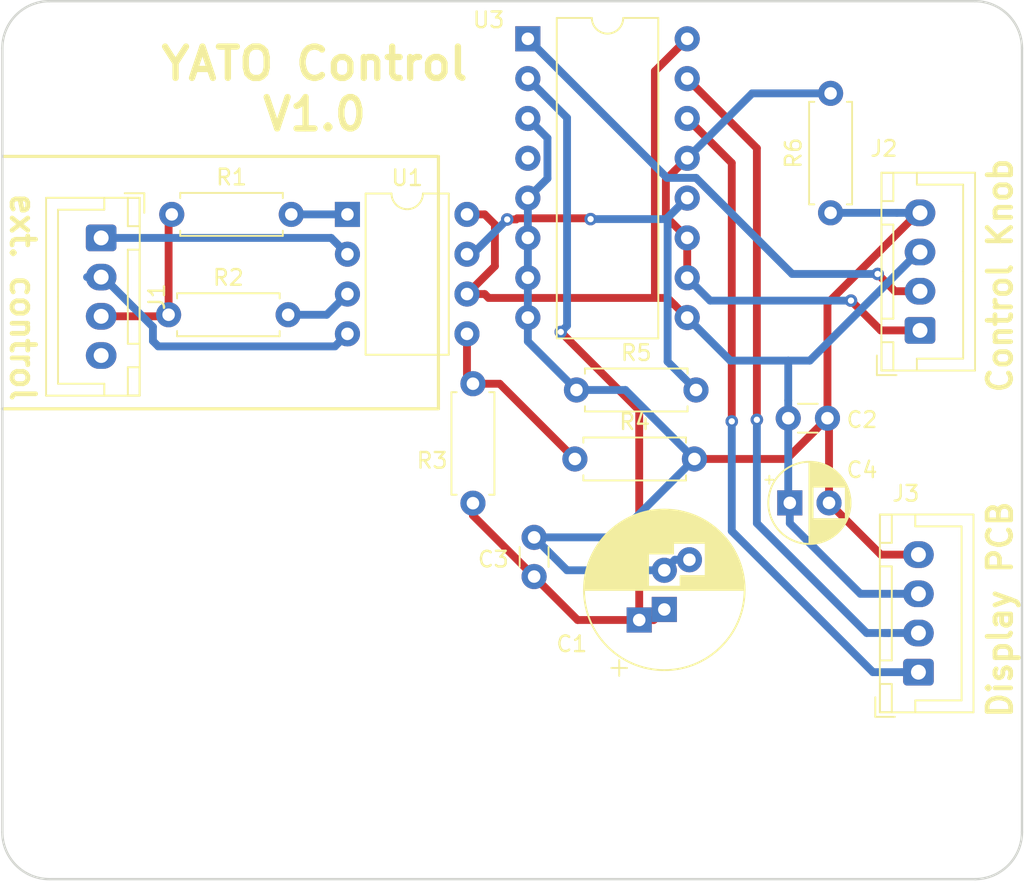
<source format=kicad_pcb>
(kicad_pcb (version 20171130) (host pcbnew "(5.0.2)-1")

  (general
    (thickness 1.6)
    (drawings 15)
    (tracks 139)
    (zones 0)
    (modules 19)
    (nets 17)
  )

  (page A4)
  (layers
    (0 F.Cu signal)
    (31 B.Cu signal)
    (37 F.SilkS user)
    (38 B.Mask user)
    (39 F.Mask user)
    (44 Edge.Cuts user)
    (45 Margin user)
    (46 B.CrtYd user)
    (47 F.CrtYd user)
    (49 F.Fab user)
  )

  (setup
    (last_trace_width 0.5)
    (trace_clearance 0.2)
    (zone_clearance 0.508)
    (zone_45_only no)
    (trace_min 0.2)
    (segment_width 0.2)
    (edge_width 0.15)
    (via_size 0.8)
    (via_drill 0.4)
    (via_min_size 0.4)
    (via_min_drill 0.3)
    (uvia_size 0.3)
    (uvia_drill 0.1)
    (uvias_allowed no)
    (uvia_min_size 0.2)
    (uvia_min_drill 0.1)
    (pcb_text_width 0.3)
    (pcb_text_size 1.5 1.5)
    (mod_edge_width 0.15)
    (mod_text_size 1 1)
    (mod_text_width 0.15)
    (pad_size 1.524 1.524)
    (pad_drill 0.762)
    (pad_to_mask_clearance 0.051)
    (solder_mask_min_width 0.25)
    (aux_axis_origin 94.7 18.4)
    (grid_origin 113.7 54.4)
    (visible_elements 7FFFFFFF)
    (pcbplotparams
      (layerselection 0x210e0_ffffffff)
      (usegerberextensions false)
      (usegerberattributes false)
      (usegerberadvancedattributes false)
      (creategerberjobfile false)
      (excludeedgelayer true)
      (linewidth 0.100000)
      (plotframeref false)
      (viasonmask false)
      (mode 1)
      (useauxorigin false)
      (hpglpennumber 1)
      (hpglpenspeed 20)
      (hpglpendiameter 15.000000)
      (psnegative false)
      (psa4output false)
      (plotreference true)
      (plotvalue true)
      (plotinvisibletext false)
      (padsonsilk false)
      (subtractmaskfromsilk false)
      (outputformat 1)
      (mirror false)
      (drillshape 0)
      (scaleselection 1)
      (outputdirectory "Gerber/"))
  )

  (net 0 "")
  (net 1 +5VD)
  (net 2 "Net-(R1-Pad2)")
  (net 3 "Net-(R2-Pad2)")
  (net 4 +5V)
  (net 5 GND)
  (net 6 "Net-(C1-Pad1)")
  (net 7 "Net-(R5-Pad2)")
  (net 8 /On_Ext)
  (net 9 /Pwr_Ctrl_Ext)
  (net 10 /Power_Ctrl_Int)
  (net 11 /On_Int)
  (net 12 "Net-(U3-Pad4)")
  (net 13 /On_Chassis)
  (net 14 /Pwr_Ctrl_Chassis)
  (net 15 GNDD)
  (net 16 "Net-(R3-Pad1)")

  (net_class Default "Dies ist die voreingestellte Netzklasse."
    (clearance 0.2)
    (trace_width 0.5)
    (via_dia 0.8)
    (via_drill 0.4)
    (uvia_dia 0.3)
    (uvia_drill 0.1)
    (add_net +5V)
    (add_net +5VD)
    (add_net /On_Chassis)
    (add_net /On_Ext)
    (add_net /On_Int)
    (add_net /Power_Ctrl_Int)
    (add_net /Pwr_Ctrl_Chassis)
    (add_net /Pwr_Ctrl_Ext)
    (add_net GND)
    (add_net GNDD)
    (add_net "Net-(C1-Pad1)")
    (add_net "Net-(R1-Pad2)")
    (add_net "Net-(R2-Pad2)")
    (add_net "Net-(R3-Pad1)")
    (add_net "Net-(R5-Pad2)")
    (add_net "Net-(U3-Pad4)")
  )

  (module Capacitor_THT:CP_Radial_D10.0mm_P2.50mm_P5.00mm (layer F.Cu) (tedit 5AE50EF1) (tstamp 5EE6290C)
    (at 136.9 57.3 90)
    (descr "CP, Radial series, Radial, pin pitch=2.50mm 5.00mm, , diameter=10mm, Electrolytic Capacitor")
    (tags "CP Radial series Radial pin pitch 2.50mm 5.00mm  diameter 10mm Electrolytic Capacitor")
    (path /5C806846)
    (fp_text reference C1 (at -2.2 -5.9) (layer F.SilkS)
      (effects (font (size 1 1) (thickness 0.15)))
    )
    (fp_text value 100uF (at 1.25 6.25 90) (layer F.Fab)
      (effects (font (size 1 1) (thickness 0.15)))
    )
    (fp_circle (center 1.25 0) (end 6.25 0) (layer F.Fab) (width 0.1))
    (fp_circle (center 1.25 0) (end 6.37 0) (layer F.SilkS) (width 0.12))
    (fp_circle (center 1.25 0) (end 6.5 0) (layer F.CrtYd) (width 0.05))
    (fp_line (start -3.038861 -2.1875) (end -2.038861 -2.1875) (layer F.Fab) (width 0.1))
    (fp_line (start -2.538861 -2.6875) (end -2.538861 -1.6875) (layer F.Fab) (width 0.1))
    (fp_line (start 1.25 -5.08) (end 1.25 5.08) (layer F.SilkS) (width 0.12))
    (fp_line (start 1.29 -5.08) (end 1.29 5.08) (layer F.SilkS) (width 0.12))
    (fp_line (start 1.33 -5.08) (end 1.33 5.08) (layer F.SilkS) (width 0.12))
    (fp_line (start 1.37 -5.079) (end 1.37 5.079) (layer F.SilkS) (width 0.12))
    (fp_line (start 1.41 -5.078) (end 1.41 5.078) (layer F.SilkS) (width 0.12))
    (fp_line (start 1.45 -5.077) (end 1.45 5.077) (layer F.SilkS) (width 0.12))
    (fp_line (start 1.49 -5.075) (end 1.49 -1.04) (layer F.SilkS) (width 0.12))
    (fp_line (start 1.49 1.04) (end 1.49 5.075) (layer F.SilkS) (width 0.12))
    (fp_line (start 1.53 -5.073) (end 1.53 -1.04) (layer F.SilkS) (width 0.12))
    (fp_line (start 1.53 1.04) (end 1.53 5.073) (layer F.SilkS) (width 0.12))
    (fp_line (start 1.57 -5.07) (end 1.57 -1.04) (layer F.SilkS) (width 0.12))
    (fp_line (start 1.57 1.04) (end 1.57 5.07) (layer F.SilkS) (width 0.12))
    (fp_line (start 1.61 -5.068) (end 1.61 -1.04) (layer F.SilkS) (width 0.12))
    (fp_line (start 1.61 1.04) (end 1.61 5.068) (layer F.SilkS) (width 0.12))
    (fp_line (start 1.65 -5.065) (end 1.65 -1.04) (layer F.SilkS) (width 0.12))
    (fp_line (start 1.65 1.04) (end 1.65 5.065) (layer F.SilkS) (width 0.12))
    (fp_line (start 1.69 -5.062) (end 1.69 -1.04) (layer F.SilkS) (width 0.12))
    (fp_line (start 1.69 1.04) (end 1.69 5.062) (layer F.SilkS) (width 0.12))
    (fp_line (start 1.73 -5.058) (end 1.73 -1.04) (layer F.SilkS) (width 0.12))
    (fp_line (start 1.73 1.04) (end 1.73 5.058) (layer F.SilkS) (width 0.12))
    (fp_line (start 1.77 -5.054) (end 1.77 -1.04) (layer F.SilkS) (width 0.12))
    (fp_line (start 1.77 1.04) (end 1.77 5.054) (layer F.SilkS) (width 0.12))
    (fp_line (start 1.81 -5.05) (end 1.81 -1.04) (layer F.SilkS) (width 0.12))
    (fp_line (start 1.81 1.04) (end 1.81 5.05) (layer F.SilkS) (width 0.12))
    (fp_line (start 1.85 -5.045) (end 1.85 -1.04) (layer F.SilkS) (width 0.12))
    (fp_line (start 1.85 1.04) (end 1.85 5.045) (layer F.SilkS) (width 0.12))
    (fp_line (start 1.89 -5.04) (end 1.89 -1.04) (layer F.SilkS) (width 0.12))
    (fp_line (start 1.89 1.04) (end 1.89 5.04) (layer F.SilkS) (width 0.12))
    (fp_line (start 1.93 -5.035) (end 1.93 -1.04) (layer F.SilkS) (width 0.12))
    (fp_line (start 1.93 1.04) (end 1.93 5.035) (layer F.SilkS) (width 0.12))
    (fp_line (start 1.971 -5.03) (end 1.971 -1.04) (layer F.SilkS) (width 0.12))
    (fp_line (start 1.971 1.04) (end 1.971 5.03) (layer F.SilkS) (width 0.12))
    (fp_line (start 2.011 -5.024) (end 2.011 -1.04) (layer F.SilkS) (width 0.12))
    (fp_line (start 2.011 1.04) (end 2.011 5.024) (layer F.SilkS) (width 0.12))
    (fp_line (start 2.051 -5.018) (end 2.051 -1.04) (layer F.SilkS) (width 0.12))
    (fp_line (start 2.051 1.04) (end 2.051 5.018) (layer F.SilkS) (width 0.12))
    (fp_line (start 2.091 -5.011) (end 2.091 -1.04) (layer F.SilkS) (width 0.12))
    (fp_line (start 2.091 1.04) (end 2.091 5.011) (layer F.SilkS) (width 0.12))
    (fp_line (start 2.131 -5.004) (end 2.131 -1.04) (layer F.SilkS) (width 0.12))
    (fp_line (start 2.131 1.04) (end 2.131 5.004) (layer F.SilkS) (width 0.12))
    (fp_line (start 2.171 -4.997) (end 2.171 -1.04) (layer F.SilkS) (width 0.12))
    (fp_line (start 2.171 2.64) (end 2.171 4.997) (layer F.SilkS) (width 0.12))
    (fp_line (start 2.211 -4.99) (end 2.211 -1.04) (layer F.SilkS) (width 0.12))
    (fp_line (start 2.211 2.64) (end 2.211 4.99) (layer F.SilkS) (width 0.12))
    (fp_line (start 2.251 -4.982) (end 2.251 -1.04) (layer F.SilkS) (width 0.12))
    (fp_line (start 2.251 2.64) (end 2.251 4.982) (layer F.SilkS) (width 0.12))
    (fp_line (start 2.291 -4.974) (end 2.291 -1.04) (layer F.SilkS) (width 0.12))
    (fp_line (start 2.291 2.64) (end 2.291 4.974) (layer F.SilkS) (width 0.12))
    (fp_line (start 2.331 -4.965) (end 2.331 -1.04) (layer F.SilkS) (width 0.12))
    (fp_line (start 2.331 2.64) (end 2.331 4.965) (layer F.SilkS) (width 0.12))
    (fp_line (start 2.371 -4.956) (end 2.371 -1.04) (layer F.SilkS) (width 0.12))
    (fp_line (start 2.371 2.64) (end 2.371 4.956) (layer F.SilkS) (width 0.12))
    (fp_line (start 2.411 -4.947) (end 2.411 -1.04) (layer F.SilkS) (width 0.12))
    (fp_line (start 2.411 2.64) (end 2.411 4.947) (layer F.SilkS) (width 0.12))
    (fp_line (start 2.451 -4.938) (end 2.451 -1.04) (layer F.SilkS) (width 0.12))
    (fp_line (start 2.451 2.64) (end 2.451 4.938) (layer F.SilkS) (width 0.12))
    (fp_line (start 2.491 -4.928) (end 2.491 -1.04) (layer F.SilkS) (width 0.12))
    (fp_line (start 2.491 2.64) (end 2.491 4.928) (layer F.SilkS) (width 0.12))
    (fp_line (start 2.531 -4.918) (end 2.531 -1.04) (layer F.SilkS) (width 0.12))
    (fp_line (start 2.531 2.64) (end 2.531 4.918) (layer F.SilkS) (width 0.12))
    (fp_line (start 2.571 -4.907) (end 2.571 -1.04) (layer F.SilkS) (width 0.12))
    (fp_line (start 2.571 2.64) (end 2.571 4.907) (layer F.SilkS) (width 0.12))
    (fp_line (start 2.611 -4.897) (end 2.611 -1.04) (layer F.SilkS) (width 0.12))
    (fp_line (start 2.611 2.64) (end 2.611 4.897) (layer F.SilkS) (width 0.12))
    (fp_line (start 2.651 -4.885) (end 2.651 -1.04) (layer F.SilkS) (width 0.12))
    (fp_line (start 2.651 2.64) (end 2.651 4.885) (layer F.SilkS) (width 0.12))
    (fp_line (start 2.691 -4.874) (end 2.691 -1.04) (layer F.SilkS) (width 0.12))
    (fp_line (start 2.691 2.64) (end 2.691 4.874) (layer F.SilkS) (width 0.12))
    (fp_line (start 2.731 -4.862) (end 2.731 -1.04) (layer F.SilkS) (width 0.12))
    (fp_line (start 2.731 2.64) (end 2.731 4.862) (layer F.SilkS) (width 0.12))
    (fp_line (start 2.771 -4.85) (end 2.771 -1.04) (layer F.SilkS) (width 0.12))
    (fp_line (start 2.771 2.64) (end 2.771 4.85) (layer F.SilkS) (width 0.12))
    (fp_line (start 2.811 -4.837) (end 2.811 -1.04) (layer F.SilkS) (width 0.12))
    (fp_line (start 2.811 2.64) (end 2.811 4.837) (layer F.SilkS) (width 0.12))
    (fp_line (start 2.851 -4.824) (end 2.851 -1.04) (layer F.SilkS) (width 0.12))
    (fp_line (start 2.851 2.64) (end 2.851 4.824) (layer F.SilkS) (width 0.12))
    (fp_line (start 2.891 -4.811) (end 2.891 -1.04) (layer F.SilkS) (width 0.12))
    (fp_line (start 2.891 2.64) (end 2.891 4.811) (layer F.SilkS) (width 0.12))
    (fp_line (start 2.931 -4.797) (end 2.931 -1.04) (layer F.SilkS) (width 0.12))
    (fp_line (start 2.931 2.64) (end 2.931 4.797) (layer F.SilkS) (width 0.12))
    (fp_line (start 2.971 -4.783) (end 2.971 -1.04) (layer F.SilkS) (width 0.12))
    (fp_line (start 2.971 2.64) (end 2.971 4.783) (layer F.SilkS) (width 0.12))
    (fp_line (start 3.011 -4.768) (end 3.011 -1.04) (layer F.SilkS) (width 0.12))
    (fp_line (start 3.011 2.64) (end 3.011 4.768) (layer F.SilkS) (width 0.12))
    (fp_line (start 3.051 -4.754) (end 3.051 -1.04) (layer F.SilkS) (width 0.12))
    (fp_line (start 3.051 2.64) (end 3.051 4.754) (layer F.SilkS) (width 0.12))
    (fp_line (start 3.091 -4.738) (end 3.091 -1.04) (layer F.SilkS) (width 0.12))
    (fp_line (start 3.091 2.64) (end 3.091 4.738) (layer F.SilkS) (width 0.12))
    (fp_line (start 3.131 -4.723) (end 3.131 -1.04) (layer F.SilkS) (width 0.12))
    (fp_line (start 3.131 2.64) (end 3.131 4.723) (layer F.SilkS) (width 0.12))
    (fp_line (start 3.171 -4.707) (end 3.171 -1.04) (layer F.SilkS) (width 0.12))
    (fp_line (start 3.171 2.64) (end 3.171 4.707) (layer F.SilkS) (width 0.12))
    (fp_line (start 3.211 -4.69) (end 3.211 -1.04) (layer F.SilkS) (width 0.12))
    (fp_line (start 3.211 2.64) (end 3.211 4.69) (layer F.SilkS) (width 0.12))
    (fp_line (start 3.251 -4.674) (end 3.251 -1.04) (layer F.SilkS) (width 0.12))
    (fp_line (start 3.251 2.64) (end 3.251 4.674) (layer F.SilkS) (width 0.12))
    (fp_line (start 3.291 -4.657) (end 3.291 -1.04) (layer F.SilkS) (width 0.12))
    (fp_line (start 3.291 2.64) (end 3.291 4.657) (layer F.SilkS) (width 0.12))
    (fp_line (start 3.331 -4.639) (end 3.331 -1.04) (layer F.SilkS) (width 0.12))
    (fp_line (start 3.331 2.64) (end 3.331 4.639) (layer F.SilkS) (width 0.12))
    (fp_line (start 3.371 -4.621) (end 3.371 -1.04) (layer F.SilkS) (width 0.12))
    (fp_line (start 3.371 2.64) (end 3.371 4.621) (layer F.SilkS) (width 0.12))
    (fp_line (start 3.411 -4.603) (end 3.411 -1.04) (layer F.SilkS) (width 0.12))
    (fp_line (start 3.411 2.64) (end 3.411 4.603) (layer F.SilkS) (width 0.12))
    (fp_line (start 3.451 -4.584) (end 3.451 -1.04) (layer F.SilkS) (width 0.12))
    (fp_line (start 3.451 2.64) (end 3.451 4.584) (layer F.SilkS) (width 0.12))
    (fp_line (start 3.491 -4.564) (end 3.491 -1.04) (layer F.SilkS) (width 0.12))
    (fp_line (start 3.491 2.64) (end 3.491 4.564) (layer F.SilkS) (width 0.12))
    (fp_line (start 3.531 -4.545) (end 3.531 -1.04) (layer F.SilkS) (width 0.12))
    (fp_line (start 3.531 2.64) (end 3.531 4.545) (layer F.SilkS) (width 0.12))
    (fp_line (start 3.571 -4.525) (end 3.571 0.56) (layer F.SilkS) (width 0.12))
    (fp_line (start 3.571 2.64) (end 3.571 4.525) (layer F.SilkS) (width 0.12))
    (fp_line (start 3.611 -4.504) (end 3.611 0.56) (layer F.SilkS) (width 0.12))
    (fp_line (start 3.611 2.64) (end 3.611 4.504) (layer F.SilkS) (width 0.12))
    (fp_line (start 3.651 -4.483) (end 3.651 0.56) (layer F.SilkS) (width 0.12))
    (fp_line (start 3.651 2.64) (end 3.651 4.483) (layer F.SilkS) (width 0.12))
    (fp_line (start 3.691 -4.462) (end 3.691 0.56) (layer F.SilkS) (width 0.12))
    (fp_line (start 3.691 2.64) (end 3.691 4.462) (layer F.SilkS) (width 0.12))
    (fp_line (start 3.731 -4.44) (end 3.731 0.56) (layer F.SilkS) (width 0.12))
    (fp_line (start 3.731 2.64) (end 3.731 4.44) (layer F.SilkS) (width 0.12))
    (fp_line (start 3.771 -4.417) (end 3.771 0.56) (layer F.SilkS) (width 0.12))
    (fp_line (start 3.771 2.64) (end 3.771 4.417) (layer F.SilkS) (width 0.12))
    (fp_line (start 3.811 -4.395) (end 3.811 0.56) (layer F.SilkS) (width 0.12))
    (fp_line (start 3.811 2.64) (end 3.811 4.395) (layer F.SilkS) (width 0.12))
    (fp_line (start 3.851 -4.371) (end 3.851 0.56) (layer F.SilkS) (width 0.12))
    (fp_line (start 3.851 2.64) (end 3.851 4.371) (layer F.SilkS) (width 0.12))
    (fp_line (start 3.891 -4.347) (end 3.891 0.56) (layer F.SilkS) (width 0.12))
    (fp_line (start 3.891 2.64) (end 3.891 4.347) (layer F.SilkS) (width 0.12))
    (fp_line (start 3.931 -4.323) (end 3.931 0.56) (layer F.SilkS) (width 0.12))
    (fp_line (start 3.931 2.64) (end 3.931 4.323) (layer F.SilkS) (width 0.12))
    (fp_line (start 3.971 -4.298) (end 3.971 0.56) (layer F.SilkS) (width 0.12))
    (fp_line (start 3.971 2.64) (end 3.971 4.298) (layer F.SilkS) (width 0.12))
    (fp_line (start 4.011 -4.273) (end 4.011 0.56) (layer F.SilkS) (width 0.12))
    (fp_line (start 4.011 2.64) (end 4.011 4.273) (layer F.SilkS) (width 0.12))
    (fp_line (start 4.051 -4.247) (end 4.051 0.56) (layer F.SilkS) (width 0.12))
    (fp_line (start 4.051 2.64) (end 4.051 4.247) (layer F.SilkS) (width 0.12))
    (fp_line (start 4.091 -4.221) (end 4.091 0.56) (layer F.SilkS) (width 0.12))
    (fp_line (start 4.091 2.64) (end 4.091 4.221) (layer F.SilkS) (width 0.12))
    (fp_line (start 4.131 -4.194) (end 4.131 0.56) (layer F.SilkS) (width 0.12))
    (fp_line (start 4.131 2.64) (end 4.131 4.194) (layer F.SilkS) (width 0.12))
    (fp_line (start 4.171 -4.166) (end 4.171 0.56) (layer F.SilkS) (width 0.12))
    (fp_line (start 4.171 2.64) (end 4.171 4.166) (layer F.SilkS) (width 0.12))
    (fp_line (start 4.211 -4.138) (end 4.211 0.56) (layer F.SilkS) (width 0.12))
    (fp_line (start 4.211 2.64) (end 4.211 4.138) (layer F.SilkS) (width 0.12))
    (fp_line (start 4.251 -4.11) (end 4.251 4.11) (layer F.SilkS) (width 0.12))
    (fp_line (start 4.291 -4.08) (end 4.291 4.08) (layer F.SilkS) (width 0.12))
    (fp_line (start 4.331 -4.05) (end 4.331 4.05) (layer F.SilkS) (width 0.12))
    (fp_line (start 4.371 -4.02) (end 4.371 4.02) (layer F.SilkS) (width 0.12))
    (fp_line (start 4.411 -3.989) (end 4.411 3.989) (layer F.SilkS) (width 0.12))
    (fp_line (start 4.451 -3.957) (end 4.451 3.957) (layer F.SilkS) (width 0.12))
    (fp_line (start 4.491 -3.925) (end 4.491 3.925) (layer F.SilkS) (width 0.12))
    (fp_line (start 4.531 -3.892) (end 4.531 3.892) (layer F.SilkS) (width 0.12))
    (fp_line (start 4.571 -3.858) (end 4.571 3.858) (layer F.SilkS) (width 0.12))
    (fp_line (start 4.611 -3.824) (end 4.611 3.824) (layer F.SilkS) (width 0.12))
    (fp_line (start 4.651 -3.789) (end 4.651 3.789) (layer F.SilkS) (width 0.12))
    (fp_line (start 4.691 -3.753) (end 4.691 3.753) (layer F.SilkS) (width 0.12))
    (fp_line (start 4.731 -3.716) (end 4.731 3.716) (layer F.SilkS) (width 0.12))
    (fp_line (start 4.771 -3.679) (end 4.771 3.679) (layer F.SilkS) (width 0.12))
    (fp_line (start 4.811 -3.64) (end 4.811 3.64) (layer F.SilkS) (width 0.12))
    (fp_line (start 4.851 -3.601) (end 4.851 3.601) (layer F.SilkS) (width 0.12))
    (fp_line (start 4.891 -3.561) (end 4.891 3.561) (layer F.SilkS) (width 0.12))
    (fp_line (start 4.931 -3.52) (end 4.931 3.52) (layer F.SilkS) (width 0.12))
    (fp_line (start 4.971 -3.478) (end 4.971 3.478) (layer F.SilkS) (width 0.12))
    (fp_line (start 5.011 -3.436) (end 5.011 3.436) (layer F.SilkS) (width 0.12))
    (fp_line (start 5.051 -3.392) (end 5.051 3.392) (layer F.SilkS) (width 0.12))
    (fp_line (start 5.091 -3.347) (end 5.091 3.347) (layer F.SilkS) (width 0.12))
    (fp_line (start 5.131 -3.301) (end 5.131 3.301) (layer F.SilkS) (width 0.12))
    (fp_line (start 5.171 -3.254) (end 5.171 3.254) (layer F.SilkS) (width 0.12))
    (fp_line (start 5.211 -3.206) (end 5.211 3.206) (layer F.SilkS) (width 0.12))
    (fp_line (start 5.251 -3.156) (end 5.251 3.156) (layer F.SilkS) (width 0.12))
    (fp_line (start 5.291 -3.106) (end 5.291 3.106) (layer F.SilkS) (width 0.12))
    (fp_line (start 5.331 -3.054) (end 5.331 3.054) (layer F.SilkS) (width 0.12))
    (fp_line (start 5.371 -3) (end 5.371 3) (layer F.SilkS) (width 0.12))
    (fp_line (start 5.411 -2.945) (end 5.411 2.945) (layer F.SilkS) (width 0.12))
    (fp_line (start 5.451 -2.889) (end 5.451 2.889) (layer F.SilkS) (width 0.12))
    (fp_line (start 5.491 -2.83) (end 5.491 2.83) (layer F.SilkS) (width 0.12))
    (fp_line (start 5.531 -2.77) (end 5.531 2.77) (layer F.SilkS) (width 0.12))
    (fp_line (start 5.571 -2.709) (end 5.571 2.709) (layer F.SilkS) (width 0.12))
    (fp_line (start 5.611 -2.645) (end 5.611 2.645) (layer F.SilkS) (width 0.12))
    (fp_line (start 5.651 -2.579) (end 5.651 2.579) (layer F.SilkS) (width 0.12))
    (fp_line (start 5.691 -2.51) (end 5.691 2.51) (layer F.SilkS) (width 0.12))
    (fp_line (start 5.731 -2.439) (end 5.731 2.439) (layer F.SilkS) (width 0.12))
    (fp_line (start 5.771 -2.365) (end 5.771 2.365) (layer F.SilkS) (width 0.12))
    (fp_line (start 5.811 -2.289) (end 5.811 2.289) (layer F.SilkS) (width 0.12))
    (fp_line (start 5.851 -2.209) (end 5.851 2.209) (layer F.SilkS) (width 0.12))
    (fp_line (start 5.891 -2.125) (end 5.891 2.125) (layer F.SilkS) (width 0.12))
    (fp_line (start 5.931 -2.037) (end 5.931 2.037) (layer F.SilkS) (width 0.12))
    (fp_line (start 5.971 -1.944) (end 5.971 1.944) (layer F.SilkS) (width 0.12))
    (fp_line (start 6.011 -1.846) (end 6.011 1.846) (layer F.SilkS) (width 0.12))
    (fp_line (start 6.051 -1.742) (end 6.051 1.742) (layer F.SilkS) (width 0.12))
    (fp_line (start 6.091 -1.63) (end 6.091 1.63) (layer F.SilkS) (width 0.12))
    (fp_line (start 6.131 -1.51) (end 6.131 1.51) (layer F.SilkS) (width 0.12))
    (fp_line (start 6.171 -1.378) (end 6.171 1.378) (layer F.SilkS) (width 0.12))
    (fp_line (start 6.211 -1.23) (end 6.211 1.23) (layer F.SilkS) (width 0.12))
    (fp_line (start 6.251 -1.062) (end 6.251 1.062) (layer F.SilkS) (width 0.12))
    (fp_line (start 6.291 -0.862) (end 6.291 0.862) (layer F.SilkS) (width 0.12))
    (fp_line (start 6.331 -0.599) (end 6.331 0.599) (layer F.SilkS) (width 0.12))
    (fp_line (start -4.229646 -2.875) (end -3.229646 -2.875) (layer F.SilkS) (width 0.12))
    (fp_line (start -3.729646 -3.375) (end -3.729646 -2.375) (layer F.SilkS) (width 0.12))
    (fp_text user %R (at 1.25 0 90) (layer F.Fab)
      (effects (font (size 1 1) (thickness 0.15)))
    )
    (pad 1 thru_hole rect (at 0 0 90) (size 1.6 1.6) (drill 0.8) (layers *.Cu *.Mask)
      (net 6 "Net-(C1-Pad1)"))
    (pad 2 thru_hole circle (at 2.5 0 90) (size 1.6 1.6) (drill 0.8) (layers *.Cu *.Mask)
      (net 5 GND))
    (pad 1 thru_hole rect (at -0.670937 -1.6 90) (size 1.6 1.6) (drill 0.8) (layers *.Cu *.Mask)
      (net 6 "Net-(C1-Pad1)"))
    (pad 2 thru_hole circle (at 3.170937 1.6 90) (size 1.6 1.6) (drill 0.8) (layers *.Cu *.Mask)
      (net 5 GND))
    (model ${KISYS3DMOD}/Capacitor_THT.3dshapes/CP_Radial_D10.0mm_P2.50mm_P5.00mm.wrl
      (at (xyz 0 0 0))
      (scale (xyz 1 1 1))
      (rotate (xyz 0 0 0))
    )
  )

  (module Resistor_THT:R_Axial_DIN0207_L6.3mm_D2.5mm_P7.62mm_Horizontal (layer F.Cu) (tedit 5AE5139B) (tstamp 5F1909AF)
    (at 147.5 32 90)
    (descr "Resistor, Axial_DIN0207 series, Axial, Horizontal, pin pitch=7.62mm, 0.25W = 1/4W, length*diameter=6.3*2.5mm^2, http://cdn-reichelt.de/documents/datenblatt/B400/1_4W%23YAG.pdf")
    (tags "Resistor Axial_DIN0207 series Axial Horizontal pin pitch 7.62mm 0.25W = 1/4W length 6.3mm diameter 2.5mm")
    (path /5F1A1816)
    (fp_text reference R6 (at 3.81 -2.37 90) (layer F.SilkS)
      (effects (font (size 1 1) (thickness 0.15)))
    )
    (fp_text value 4k7 (at 3.81 2.37 90) (layer F.Fab)
      (effects (font (size 1 1) (thickness 0.15)))
    )
    (fp_line (start 0.66 -1.25) (end 0.66 1.25) (layer F.Fab) (width 0.1))
    (fp_line (start 0.66 1.25) (end 6.96 1.25) (layer F.Fab) (width 0.1))
    (fp_line (start 6.96 1.25) (end 6.96 -1.25) (layer F.Fab) (width 0.1))
    (fp_line (start 6.96 -1.25) (end 0.66 -1.25) (layer F.Fab) (width 0.1))
    (fp_line (start 0 0) (end 0.66 0) (layer F.Fab) (width 0.1))
    (fp_line (start 7.62 0) (end 6.96 0) (layer F.Fab) (width 0.1))
    (fp_line (start 0.54 -1.04) (end 0.54 -1.37) (layer F.SilkS) (width 0.12))
    (fp_line (start 0.54 -1.37) (end 7.08 -1.37) (layer F.SilkS) (width 0.12))
    (fp_line (start 7.08 -1.37) (end 7.08 -1.04) (layer F.SilkS) (width 0.12))
    (fp_line (start 0.54 1.04) (end 0.54 1.37) (layer F.SilkS) (width 0.12))
    (fp_line (start 0.54 1.37) (end 7.08 1.37) (layer F.SilkS) (width 0.12))
    (fp_line (start 7.08 1.37) (end 7.08 1.04) (layer F.SilkS) (width 0.12))
    (fp_line (start -1.05 -1.5) (end -1.05 1.5) (layer F.CrtYd) (width 0.05))
    (fp_line (start -1.05 1.5) (end 8.67 1.5) (layer F.CrtYd) (width 0.05))
    (fp_line (start 8.67 1.5) (end 8.67 -1.5) (layer F.CrtYd) (width 0.05))
    (fp_line (start 8.67 -1.5) (end -1.05 -1.5) (layer F.CrtYd) (width 0.05))
    (fp_text user %R (at 3.81 0 90) (layer F.Fab)
      (effects (font (size 1 1) (thickness 0.15)))
    )
    (pad 1 thru_hole circle (at 0 0 90) (size 1.6 1.6) (drill 0.8) (layers *.Cu *.Mask)
      (net 5 GND))
    (pad 2 thru_hole oval (at 7.62 0 90) (size 1.6 1.6) (drill 0.8) (layers *.Cu *.Mask)
      (net 11 /On_Int))
    (model ${KISYS3DMOD}/Resistor_THT.3dshapes/R_Axial_DIN0207_L6.3mm_D2.5mm_P7.62mm_Horizontal.wrl
      (at (xyz 0 0 0))
      (scale (xyz 1 1 1))
      (rotate (xyz 0 0 0))
    )
  )

  (module Package_DIP:DIP-16_W10.16mm (layer F.Cu) (tedit 5A02E8C5) (tstamp 5C92AB65)
    (at 128.2 20.9)
    (descr "16-lead though-hole mounted DIP package, row spacing 10.16 mm (400 mils)")
    (tags "THT DIP DIL PDIP 2.54mm 10.16mm 400mil")
    (path /5C7BE646)
    (fp_text reference U3 (at -2.5 -1.2) (layer F.SilkS)
      (effects (font (size 1 1) (thickness 0.15)))
    )
    (fp_text value 4053 (at 5.08 20.11) (layer F.Fab)
      (effects (font (size 1 1) (thickness 0.15)))
    )
    (fp_text user %R (at 7.3 9.3) (layer F.Fab)
      (effects (font (size 1 1) (thickness 0.15)))
    )
    (fp_line (start 11.25 -1.55) (end -1.05 -1.55) (layer F.CrtYd) (width 0.05))
    (fp_line (start 11.25 19.3) (end 11.25 -1.55) (layer F.CrtYd) (width 0.05))
    (fp_line (start -1.05 19.3) (end 11.25 19.3) (layer F.CrtYd) (width 0.05))
    (fp_line (start -1.05 -1.55) (end -1.05 19.3) (layer F.CrtYd) (width 0.05))
    (fp_line (start 8.315 -1.33) (end 6.08 -1.33) (layer F.SilkS) (width 0.12))
    (fp_line (start 8.315 19.11) (end 8.315 -1.33) (layer F.SilkS) (width 0.12))
    (fp_line (start 1.845 19.11) (end 8.315 19.11) (layer F.SilkS) (width 0.12))
    (fp_line (start 1.845 -1.33) (end 1.845 19.11) (layer F.SilkS) (width 0.12))
    (fp_line (start 4.08 -1.33) (end 1.845 -1.33) (layer F.SilkS) (width 0.12))
    (fp_line (start 1.905 -0.27) (end 2.905 -1.27) (layer F.Fab) (width 0.1))
    (fp_line (start 1.905 19.05) (end 1.905 -0.27) (layer F.Fab) (width 0.1))
    (fp_line (start 8.255 19.05) (end 1.905 19.05) (layer F.Fab) (width 0.1))
    (fp_line (start 8.255 -1.27) (end 8.255 19.05) (layer F.Fab) (width 0.1))
    (fp_line (start 2.905 -1.27) (end 8.255 -1.27) (layer F.Fab) (width 0.1))
    (fp_arc (start 5.08 -1.33) (end 4.08 -1.33) (angle -180) (layer F.SilkS) (width 0.12))
    (pad 16 thru_hole oval (at 10.16 0) (size 1.6 1.6) (drill 0.8) (layers *.Cu *.Mask)
      (net 4 +5V))
    (pad 8 thru_hole oval (at 0 17.78) (size 1.6 1.6) (drill 0.8) (layers *.Cu *.Mask)
      (net 5 GND))
    (pad 15 thru_hole oval (at 10.16 2.54) (size 1.6 1.6) (drill 0.8) (layers *.Cu *.Mask)
      (net 14 /Pwr_Ctrl_Chassis))
    (pad 7 thru_hole oval (at 0 15.24) (size 1.6 1.6) (drill 0.8) (layers *.Cu *.Mask)
      (net 5 GND))
    (pad 14 thru_hole oval (at 10.16 5.08) (size 1.6 1.6) (drill 0.8) (layers *.Cu *.Mask)
      (net 13 /On_Chassis))
    (pad 6 thru_hole oval (at 0 12.7) (size 1.6 1.6) (drill 0.8) (layers *.Cu *.Mask)
      (net 5 GND))
    (pad 13 thru_hole oval (at 10.16 7.62) (size 1.6 1.6) (drill 0.8) (layers *.Cu *.Mask)
      (net 11 /On_Int))
    (pad 5 thru_hole oval (at 0 10.16) (size 1.6 1.6) (drill 0.8) (layers *.Cu *.Mask)
      (net 5 GND))
    (pad 12 thru_hole oval (at 10.16 10.16) (size 1.6 1.6) (drill 0.8) (layers *.Cu *.Mask)
      (net 7 "Net-(R5-Pad2)"))
    (pad 4 thru_hole oval (at 0 7.62) (size 1.6 1.6) (drill 0.8) (layers *.Cu *.Mask)
      (net 12 "Net-(U3-Pad4)"))
    (pad 11 thru_hole oval (at 10.16 12.7) (size 1.6 1.6) (drill 0.8) (layers *.Cu *.Mask)
      (net 11 /On_Int))
    (pad 3 thru_hole oval (at 0 5.08) (size 1.6 1.6) (drill 0.8) (layers *.Cu *.Mask)
      (net 5 GND))
    (pad 10 thru_hole oval (at 10.16 15.24) (size 1.6 1.6) (drill 0.8) (layers *.Cu *.Mask)
      (net 11 /On_Int))
    (pad 2 thru_hole oval (at 0 2.54) (size 1.6 1.6) (drill 0.8) (layers *.Cu *.Mask)
      (net 6 "Net-(C1-Pad1)"))
    (pad 9 thru_hole oval (at 10.16 17.78) (size 1.6 1.6) (drill 0.8) (layers *.Cu *.Mask)
      (net 4 +5V))
    (pad 1 thru_hole rect (at 0 0) (size 1.6 1.6) (drill 0.8) (layers *.Cu *.Mask)
      (net 10 /Power_Ctrl_Int))
    (model ${KISYS3DMOD}/Package_DIP.3dshapes/DIP-16_W10.16mm.wrl
      (at (xyz 0 0 0))
      (scale (xyz 1 1 1))
      (rotate (xyz 0 0 0))
    )
  )

  (module Capacitor_THT:CP_Radial_D5.0mm_P2.50mm (layer F.Cu) (tedit 5AE50EF0) (tstamp 5ED7DD0F)
    (at 144.9 50.5)
    (descr "CP, Radial series, Radial, pin pitch=2.50mm, , diameter=5mm, Electrolytic Capacitor")
    (tags "CP Radial series Radial pin pitch 2.50mm  diameter 5mm Electrolytic Capacitor")
    (path /5EB877A1)
    (fp_text reference C4 (at 4.6 -2.1) (layer F.SilkS)
      (effects (font (size 1 1) (thickness 0.15)))
    )
    (fp_text value 4u7 (at 1.25 3.75) (layer F.Fab)
      (effects (font (size 1 1) (thickness 0.15)))
    )
    (fp_text user %R (at 1.25 0) (layer F.Fab)
      (effects (font (size 1 1) (thickness 0.15)))
    )
    (fp_line (start -1.304775 -1.725) (end -1.304775 -1.225) (layer F.SilkS) (width 0.12))
    (fp_line (start -1.554775 -1.475) (end -1.054775 -1.475) (layer F.SilkS) (width 0.12))
    (fp_line (start 3.851 -0.284) (end 3.851 0.284) (layer F.SilkS) (width 0.12))
    (fp_line (start 3.811 -0.518) (end 3.811 0.518) (layer F.SilkS) (width 0.12))
    (fp_line (start 3.771 -0.677) (end 3.771 0.677) (layer F.SilkS) (width 0.12))
    (fp_line (start 3.731 -0.805) (end 3.731 0.805) (layer F.SilkS) (width 0.12))
    (fp_line (start 3.691 -0.915) (end 3.691 0.915) (layer F.SilkS) (width 0.12))
    (fp_line (start 3.651 -1.011) (end 3.651 1.011) (layer F.SilkS) (width 0.12))
    (fp_line (start 3.611 -1.098) (end 3.611 1.098) (layer F.SilkS) (width 0.12))
    (fp_line (start 3.571 -1.178) (end 3.571 1.178) (layer F.SilkS) (width 0.12))
    (fp_line (start 3.531 1.04) (end 3.531 1.251) (layer F.SilkS) (width 0.12))
    (fp_line (start 3.531 -1.251) (end 3.531 -1.04) (layer F.SilkS) (width 0.12))
    (fp_line (start 3.491 1.04) (end 3.491 1.319) (layer F.SilkS) (width 0.12))
    (fp_line (start 3.491 -1.319) (end 3.491 -1.04) (layer F.SilkS) (width 0.12))
    (fp_line (start 3.451 1.04) (end 3.451 1.383) (layer F.SilkS) (width 0.12))
    (fp_line (start 3.451 -1.383) (end 3.451 -1.04) (layer F.SilkS) (width 0.12))
    (fp_line (start 3.411 1.04) (end 3.411 1.443) (layer F.SilkS) (width 0.12))
    (fp_line (start 3.411 -1.443) (end 3.411 -1.04) (layer F.SilkS) (width 0.12))
    (fp_line (start 3.371 1.04) (end 3.371 1.5) (layer F.SilkS) (width 0.12))
    (fp_line (start 3.371 -1.5) (end 3.371 -1.04) (layer F.SilkS) (width 0.12))
    (fp_line (start 3.331 1.04) (end 3.331 1.554) (layer F.SilkS) (width 0.12))
    (fp_line (start 3.331 -1.554) (end 3.331 -1.04) (layer F.SilkS) (width 0.12))
    (fp_line (start 3.291 1.04) (end 3.291 1.605) (layer F.SilkS) (width 0.12))
    (fp_line (start 3.291 -1.605) (end 3.291 -1.04) (layer F.SilkS) (width 0.12))
    (fp_line (start 3.251 1.04) (end 3.251 1.653) (layer F.SilkS) (width 0.12))
    (fp_line (start 3.251 -1.653) (end 3.251 -1.04) (layer F.SilkS) (width 0.12))
    (fp_line (start 3.211 1.04) (end 3.211 1.699) (layer F.SilkS) (width 0.12))
    (fp_line (start 3.211 -1.699) (end 3.211 -1.04) (layer F.SilkS) (width 0.12))
    (fp_line (start 3.171 1.04) (end 3.171 1.743) (layer F.SilkS) (width 0.12))
    (fp_line (start 3.171 -1.743) (end 3.171 -1.04) (layer F.SilkS) (width 0.12))
    (fp_line (start 3.131 1.04) (end 3.131 1.785) (layer F.SilkS) (width 0.12))
    (fp_line (start 3.131 -1.785) (end 3.131 -1.04) (layer F.SilkS) (width 0.12))
    (fp_line (start 3.091 1.04) (end 3.091 1.826) (layer F.SilkS) (width 0.12))
    (fp_line (start 3.091 -1.826) (end 3.091 -1.04) (layer F.SilkS) (width 0.12))
    (fp_line (start 3.051 1.04) (end 3.051 1.864) (layer F.SilkS) (width 0.12))
    (fp_line (start 3.051 -1.864) (end 3.051 -1.04) (layer F.SilkS) (width 0.12))
    (fp_line (start 3.011 1.04) (end 3.011 1.901) (layer F.SilkS) (width 0.12))
    (fp_line (start 3.011 -1.901) (end 3.011 -1.04) (layer F.SilkS) (width 0.12))
    (fp_line (start 2.971 1.04) (end 2.971 1.937) (layer F.SilkS) (width 0.12))
    (fp_line (start 2.971 -1.937) (end 2.971 -1.04) (layer F.SilkS) (width 0.12))
    (fp_line (start 2.931 1.04) (end 2.931 1.971) (layer F.SilkS) (width 0.12))
    (fp_line (start 2.931 -1.971) (end 2.931 -1.04) (layer F.SilkS) (width 0.12))
    (fp_line (start 2.891 1.04) (end 2.891 2.004) (layer F.SilkS) (width 0.12))
    (fp_line (start 2.891 -2.004) (end 2.891 -1.04) (layer F.SilkS) (width 0.12))
    (fp_line (start 2.851 1.04) (end 2.851 2.035) (layer F.SilkS) (width 0.12))
    (fp_line (start 2.851 -2.035) (end 2.851 -1.04) (layer F.SilkS) (width 0.12))
    (fp_line (start 2.811 1.04) (end 2.811 2.065) (layer F.SilkS) (width 0.12))
    (fp_line (start 2.811 -2.065) (end 2.811 -1.04) (layer F.SilkS) (width 0.12))
    (fp_line (start 2.771 1.04) (end 2.771 2.095) (layer F.SilkS) (width 0.12))
    (fp_line (start 2.771 -2.095) (end 2.771 -1.04) (layer F.SilkS) (width 0.12))
    (fp_line (start 2.731 1.04) (end 2.731 2.122) (layer F.SilkS) (width 0.12))
    (fp_line (start 2.731 -2.122) (end 2.731 -1.04) (layer F.SilkS) (width 0.12))
    (fp_line (start 2.691 1.04) (end 2.691 2.149) (layer F.SilkS) (width 0.12))
    (fp_line (start 2.691 -2.149) (end 2.691 -1.04) (layer F.SilkS) (width 0.12))
    (fp_line (start 2.651 1.04) (end 2.651 2.175) (layer F.SilkS) (width 0.12))
    (fp_line (start 2.651 -2.175) (end 2.651 -1.04) (layer F.SilkS) (width 0.12))
    (fp_line (start 2.611 1.04) (end 2.611 2.2) (layer F.SilkS) (width 0.12))
    (fp_line (start 2.611 -2.2) (end 2.611 -1.04) (layer F.SilkS) (width 0.12))
    (fp_line (start 2.571 1.04) (end 2.571 2.224) (layer F.SilkS) (width 0.12))
    (fp_line (start 2.571 -2.224) (end 2.571 -1.04) (layer F.SilkS) (width 0.12))
    (fp_line (start 2.531 1.04) (end 2.531 2.247) (layer F.SilkS) (width 0.12))
    (fp_line (start 2.531 -2.247) (end 2.531 -1.04) (layer F.SilkS) (width 0.12))
    (fp_line (start 2.491 1.04) (end 2.491 2.268) (layer F.SilkS) (width 0.12))
    (fp_line (start 2.491 -2.268) (end 2.491 -1.04) (layer F.SilkS) (width 0.12))
    (fp_line (start 2.451 1.04) (end 2.451 2.29) (layer F.SilkS) (width 0.12))
    (fp_line (start 2.451 -2.29) (end 2.451 -1.04) (layer F.SilkS) (width 0.12))
    (fp_line (start 2.411 1.04) (end 2.411 2.31) (layer F.SilkS) (width 0.12))
    (fp_line (start 2.411 -2.31) (end 2.411 -1.04) (layer F.SilkS) (width 0.12))
    (fp_line (start 2.371 1.04) (end 2.371 2.329) (layer F.SilkS) (width 0.12))
    (fp_line (start 2.371 -2.329) (end 2.371 -1.04) (layer F.SilkS) (width 0.12))
    (fp_line (start 2.331 1.04) (end 2.331 2.348) (layer F.SilkS) (width 0.12))
    (fp_line (start 2.331 -2.348) (end 2.331 -1.04) (layer F.SilkS) (width 0.12))
    (fp_line (start 2.291 1.04) (end 2.291 2.365) (layer F.SilkS) (width 0.12))
    (fp_line (start 2.291 -2.365) (end 2.291 -1.04) (layer F.SilkS) (width 0.12))
    (fp_line (start 2.251 1.04) (end 2.251 2.382) (layer F.SilkS) (width 0.12))
    (fp_line (start 2.251 -2.382) (end 2.251 -1.04) (layer F.SilkS) (width 0.12))
    (fp_line (start 2.211 1.04) (end 2.211 2.398) (layer F.SilkS) (width 0.12))
    (fp_line (start 2.211 -2.398) (end 2.211 -1.04) (layer F.SilkS) (width 0.12))
    (fp_line (start 2.171 1.04) (end 2.171 2.414) (layer F.SilkS) (width 0.12))
    (fp_line (start 2.171 -2.414) (end 2.171 -1.04) (layer F.SilkS) (width 0.12))
    (fp_line (start 2.131 1.04) (end 2.131 2.428) (layer F.SilkS) (width 0.12))
    (fp_line (start 2.131 -2.428) (end 2.131 -1.04) (layer F.SilkS) (width 0.12))
    (fp_line (start 2.091 1.04) (end 2.091 2.442) (layer F.SilkS) (width 0.12))
    (fp_line (start 2.091 -2.442) (end 2.091 -1.04) (layer F.SilkS) (width 0.12))
    (fp_line (start 2.051 1.04) (end 2.051 2.455) (layer F.SilkS) (width 0.12))
    (fp_line (start 2.051 -2.455) (end 2.051 -1.04) (layer F.SilkS) (width 0.12))
    (fp_line (start 2.011 1.04) (end 2.011 2.468) (layer F.SilkS) (width 0.12))
    (fp_line (start 2.011 -2.468) (end 2.011 -1.04) (layer F.SilkS) (width 0.12))
    (fp_line (start 1.971 1.04) (end 1.971 2.48) (layer F.SilkS) (width 0.12))
    (fp_line (start 1.971 -2.48) (end 1.971 -1.04) (layer F.SilkS) (width 0.12))
    (fp_line (start 1.93 1.04) (end 1.93 2.491) (layer F.SilkS) (width 0.12))
    (fp_line (start 1.93 -2.491) (end 1.93 -1.04) (layer F.SilkS) (width 0.12))
    (fp_line (start 1.89 1.04) (end 1.89 2.501) (layer F.SilkS) (width 0.12))
    (fp_line (start 1.89 -2.501) (end 1.89 -1.04) (layer F.SilkS) (width 0.12))
    (fp_line (start 1.85 1.04) (end 1.85 2.511) (layer F.SilkS) (width 0.12))
    (fp_line (start 1.85 -2.511) (end 1.85 -1.04) (layer F.SilkS) (width 0.12))
    (fp_line (start 1.81 1.04) (end 1.81 2.52) (layer F.SilkS) (width 0.12))
    (fp_line (start 1.81 -2.52) (end 1.81 -1.04) (layer F.SilkS) (width 0.12))
    (fp_line (start 1.77 1.04) (end 1.77 2.528) (layer F.SilkS) (width 0.12))
    (fp_line (start 1.77 -2.528) (end 1.77 -1.04) (layer F.SilkS) (width 0.12))
    (fp_line (start 1.73 1.04) (end 1.73 2.536) (layer F.SilkS) (width 0.12))
    (fp_line (start 1.73 -2.536) (end 1.73 -1.04) (layer F.SilkS) (width 0.12))
    (fp_line (start 1.69 1.04) (end 1.69 2.543) (layer F.SilkS) (width 0.12))
    (fp_line (start 1.69 -2.543) (end 1.69 -1.04) (layer F.SilkS) (width 0.12))
    (fp_line (start 1.65 1.04) (end 1.65 2.55) (layer F.SilkS) (width 0.12))
    (fp_line (start 1.65 -2.55) (end 1.65 -1.04) (layer F.SilkS) (width 0.12))
    (fp_line (start 1.61 1.04) (end 1.61 2.556) (layer F.SilkS) (width 0.12))
    (fp_line (start 1.61 -2.556) (end 1.61 -1.04) (layer F.SilkS) (width 0.12))
    (fp_line (start 1.57 1.04) (end 1.57 2.561) (layer F.SilkS) (width 0.12))
    (fp_line (start 1.57 -2.561) (end 1.57 -1.04) (layer F.SilkS) (width 0.12))
    (fp_line (start 1.53 1.04) (end 1.53 2.565) (layer F.SilkS) (width 0.12))
    (fp_line (start 1.53 -2.565) (end 1.53 -1.04) (layer F.SilkS) (width 0.12))
    (fp_line (start 1.49 1.04) (end 1.49 2.569) (layer F.SilkS) (width 0.12))
    (fp_line (start 1.49 -2.569) (end 1.49 -1.04) (layer F.SilkS) (width 0.12))
    (fp_line (start 1.45 -2.573) (end 1.45 2.573) (layer F.SilkS) (width 0.12))
    (fp_line (start 1.41 -2.576) (end 1.41 2.576) (layer F.SilkS) (width 0.12))
    (fp_line (start 1.37 -2.578) (end 1.37 2.578) (layer F.SilkS) (width 0.12))
    (fp_line (start 1.33 -2.579) (end 1.33 2.579) (layer F.SilkS) (width 0.12))
    (fp_line (start 1.29 -2.58) (end 1.29 2.58) (layer F.SilkS) (width 0.12))
    (fp_line (start 1.25 -2.58) (end 1.25 2.58) (layer F.SilkS) (width 0.12))
    (fp_line (start -0.633605 -1.3375) (end -0.633605 -0.8375) (layer F.Fab) (width 0.1))
    (fp_line (start -0.883605 -1.0875) (end -0.383605 -1.0875) (layer F.Fab) (width 0.1))
    (fp_circle (center 1.25 0) (end 4 0) (layer F.CrtYd) (width 0.05))
    (fp_circle (center 1.25 0) (end 3.87 0) (layer F.SilkS) (width 0.12))
    (fp_circle (center 1.25 0) (end 3.75 0) (layer F.Fab) (width 0.1))
    (pad 2 thru_hole circle (at 2.5 0) (size 1.6 1.6) (drill 0.8) (layers *.Cu *.Mask)
      (net 5 GND))
    (pad 1 thru_hole rect (at 0 0) (size 1.6 1.6) (drill 0.8) (layers *.Cu *.Mask)
      (net 4 +5V))
    (model ${KISYS3DMOD}/Capacitor_THT.3dshapes/CP_Radial_D5.0mm_P2.50mm.wrl
      (at (xyz 0 0 0))
      (scale (xyz 1 1 1))
      (rotate (xyz 0 0 0))
    )
  )

  (module Connector_JST:JST_XH_B04B-XH-A_1x04_P2.50mm_Vertical (layer F.Cu) (tedit 5B7754C5) (tstamp 5C92ABE6)
    (at 153.1 61.3 90)
    (descr "JST XH series connector, B04B-XH-A (http://www.jst-mfg.com/product/pdf/eng/eXH.pdf), generated with kicad-footprint-generator")
    (tags "connector JST XH side entry")
    (path /5C7B8767)
    (fp_text reference J3 (at 11.4 -0.8) (layer F.SilkS)
      (effects (font (size 1 1) (thickness 0.15)))
    )
    (fp_text value Conn_01x04 (at 3.75 4.6 90) (layer F.Fab)
      (effects (font (size 1 1) (thickness 0.15)))
    )
    (fp_text user %R (at 3.75 2.7 90) (layer F.Fab)
      (effects (font (size 1 1) (thickness 0.15)))
    )
    (fp_line (start -2.85 -2.75) (end -2.85 -1.5) (layer F.SilkS) (width 0.12))
    (fp_line (start -1.6 -2.75) (end -2.85 -2.75) (layer F.SilkS) (width 0.12))
    (fp_line (start 9.3 2.75) (end 3.75 2.75) (layer F.SilkS) (width 0.12))
    (fp_line (start 9.3 -0.2) (end 9.3 2.75) (layer F.SilkS) (width 0.12))
    (fp_line (start 10.05 -0.2) (end 9.3 -0.2) (layer F.SilkS) (width 0.12))
    (fp_line (start -1.8 2.75) (end 3.75 2.75) (layer F.SilkS) (width 0.12))
    (fp_line (start -1.8 -0.2) (end -1.8 2.75) (layer F.SilkS) (width 0.12))
    (fp_line (start -2.55 -0.2) (end -1.8 -0.2) (layer F.SilkS) (width 0.12))
    (fp_line (start 10.05 -2.45) (end 8.25 -2.45) (layer F.SilkS) (width 0.12))
    (fp_line (start 10.05 -1.7) (end 10.05 -2.45) (layer F.SilkS) (width 0.12))
    (fp_line (start 8.25 -1.7) (end 10.05 -1.7) (layer F.SilkS) (width 0.12))
    (fp_line (start 8.25 -2.45) (end 8.25 -1.7) (layer F.SilkS) (width 0.12))
    (fp_line (start -0.75 -2.45) (end -2.55 -2.45) (layer F.SilkS) (width 0.12))
    (fp_line (start -0.75 -1.7) (end -0.75 -2.45) (layer F.SilkS) (width 0.12))
    (fp_line (start -2.55 -1.7) (end -0.75 -1.7) (layer F.SilkS) (width 0.12))
    (fp_line (start -2.55 -2.45) (end -2.55 -1.7) (layer F.SilkS) (width 0.12))
    (fp_line (start 6.75 -2.45) (end 0.75 -2.45) (layer F.SilkS) (width 0.12))
    (fp_line (start 6.75 -1.7) (end 6.75 -2.45) (layer F.SilkS) (width 0.12))
    (fp_line (start 0.75 -1.7) (end 6.75 -1.7) (layer F.SilkS) (width 0.12))
    (fp_line (start 0.75 -2.45) (end 0.75 -1.7) (layer F.SilkS) (width 0.12))
    (fp_line (start 0 -1.35) (end 0.625 -2.35) (layer F.Fab) (width 0.1))
    (fp_line (start -0.625 -2.35) (end 0 -1.35) (layer F.Fab) (width 0.1))
    (fp_line (start 10.45 -2.85) (end -2.95 -2.85) (layer F.CrtYd) (width 0.05))
    (fp_line (start 10.45 3.9) (end 10.45 -2.85) (layer F.CrtYd) (width 0.05))
    (fp_line (start -2.95 3.9) (end 10.45 3.9) (layer F.CrtYd) (width 0.05))
    (fp_line (start -2.95 -2.85) (end -2.95 3.9) (layer F.CrtYd) (width 0.05))
    (fp_line (start 10.06 -2.46) (end -2.56 -2.46) (layer F.SilkS) (width 0.12))
    (fp_line (start 10.06 3.51) (end 10.06 -2.46) (layer F.SilkS) (width 0.12))
    (fp_line (start -2.56 3.51) (end 10.06 3.51) (layer F.SilkS) (width 0.12))
    (fp_line (start -2.56 -2.46) (end -2.56 3.51) (layer F.SilkS) (width 0.12))
    (fp_line (start 9.95 -2.35) (end -2.45 -2.35) (layer F.Fab) (width 0.1))
    (fp_line (start 9.95 3.4) (end 9.95 -2.35) (layer F.Fab) (width 0.1))
    (fp_line (start -2.45 3.4) (end 9.95 3.4) (layer F.Fab) (width 0.1))
    (fp_line (start -2.45 -2.35) (end -2.45 3.4) (layer F.Fab) (width 0.1))
    (pad 4 thru_hole oval (at 7.5 0 90) (size 1.7 1.95) (drill 0.95) (layers *.Cu *.Mask)
      (net 5 GND))
    (pad 3 thru_hole oval (at 5 0 90) (size 1.7 1.95) (drill 0.95) (layers *.Cu *.Mask)
      (net 4 +5V))
    (pad 2 thru_hole oval (at 2.5 0 90) (size 1.7 1.95) (drill 0.95) (layers *.Cu *.Mask)
      (net 14 /Pwr_Ctrl_Chassis))
    (pad 1 thru_hole roundrect (at 0 0 90) (size 1.7 1.95) (drill 0.95) (layers *.Cu *.Mask) (roundrect_rratio 0.147059)
      (net 13 /On_Chassis))
    (model ${KISYS3DMOD}/Connector_JST.3dshapes/JST_XH_B04B-XH-A_1x04_P2.50mm_Vertical.wrl
      (at (xyz 0 0 0))
      (scale (xyz 1 1 1))
      (rotate (xyz 0 0 0))
    )
  )

  (module Capacitor_THT:C_Disc_D3.0mm_W1.6mm_P2.50mm (layer F.Cu) (tedit 5AE50EF0) (tstamp 5ED7DB68)
    (at 128.6 55.2 90)
    (descr "C, Disc series, Radial, pin pitch=2.50mm, , diameter*width=3.0*1.6mm^2, Capacitor, http://www.vishay.com/docs/45233/krseries.pdf")
    (tags "C Disc series Radial pin pitch 2.50mm  diameter 3.0mm width 1.6mm Capacitor")
    (path /5EB71BCC)
    (fp_text reference C3 (at 1.1 -2.6) (layer F.SilkS)
      (effects (font (size 1 1) (thickness 0.15)))
    )
    (fp_text value 100n (at 1.25 2.05 90) (layer F.Fab)
      (effects (font (size 1 1) (thickness 0.15)))
    )
    (fp_text user %R (at 1.25 0 90) (layer F.Fab)
      (effects (font (size 0.6 0.6) (thickness 0.09)))
    )
    (fp_line (start 3.55 -1.05) (end -1.05 -1.05) (layer F.CrtYd) (width 0.05))
    (fp_line (start 3.55 1.05) (end 3.55 -1.05) (layer F.CrtYd) (width 0.05))
    (fp_line (start -1.05 1.05) (end 3.55 1.05) (layer F.CrtYd) (width 0.05))
    (fp_line (start -1.05 -1.05) (end -1.05 1.05) (layer F.CrtYd) (width 0.05))
    (fp_line (start 0.621 0.92) (end 1.879 0.92) (layer F.SilkS) (width 0.12))
    (fp_line (start 0.621 -0.92) (end 1.879 -0.92) (layer F.SilkS) (width 0.12))
    (fp_line (start 2.75 -0.8) (end -0.25 -0.8) (layer F.Fab) (width 0.1))
    (fp_line (start 2.75 0.8) (end 2.75 -0.8) (layer F.Fab) (width 0.1))
    (fp_line (start -0.25 0.8) (end 2.75 0.8) (layer F.Fab) (width 0.1))
    (fp_line (start -0.25 -0.8) (end -0.25 0.8) (layer F.Fab) (width 0.1))
    (pad 2 thru_hole circle (at 2.5 0 90) (size 1.6 1.6) (drill 0.8) (layers *.Cu *.Mask)
      (net 5 GND))
    (pad 1 thru_hole circle (at 0 0 90) (size 1.6 1.6) (drill 0.8) (layers *.Cu *.Mask)
      (net 6 "Net-(C1-Pad1)"))
    (model ${KISYS3DMOD}/Capacitor_THT.3dshapes/C_Disc_D3.0mm_W1.6mm_P2.50mm.wrl
      (at (xyz 0 0 0))
      (scale (xyz 1 1 1))
      (rotate (xyz 0 0 0))
    )
  )

  (module MountingHole:MountingHole_4mm (layer F.Cu) (tedit 5ED9DF9B) (tstamp 5ED7DA5B)
    (at 154.7 69.4)
    (descr "Mounting Hole 4mm, no annular")
    (tags "mounting hole 4mm no annular")
    (path /5ED80EE6)
    (attr virtual)
    (fp_text reference H3 (at 0 -5) (layer F.SilkS) hide
      (effects (font (size 1 1) (thickness 0.15)))
    )
    (fp_text value MountingHole (at 0 5) (layer F.Fab)
      (effects (font (size 1 1) (thickness 0.15)))
    )
    (fp_circle (center 0 0) (end 4.25 0) (layer F.CrtYd) (width 0.05))
    (fp_circle (center 0 0) (end 4 0) (layer Cmts.User) (width 0.15))
    (fp_text user %R (at 0.3 0) (layer F.Fab)
      (effects (font (size 1 1) (thickness 0.15)))
    )
    (pad 1 np_thru_hole circle (at 0 0) (size 4 4) (drill 4) (layers *.Cu *.Mask))
  )

  (module MountingHole:MountingHole_4mm (layer F.Cu) (tedit 5ED9DFA9) (tstamp 5ED7DA53)
    (at 154.7 23.4)
    (descr "Mounting Hole 4mm, no annular")
    (tags "mounting hole 4mm no annular")
    (path /5ED80F7E)
    (attr virtual)
    (fp_text reference H4 (at 0 -5) (layer F.SilkS) hide
      (effects (font (size 1 1) (thickness 0.15)))
    )
    (fp_text value MountingHole (at 0 5) (layer F.Fab)
      (effects (font (size 1 1) (thickness 0.15)))
    )
    (fp_circle (center 0 0) (end 4.25 0) (layer F.CrtYd) (width 0.05))
    (fp_circle (center 0 0) (end 4 0) (layer Cmts.User) (width 0.15))
    (fp_text user %R (at 0.3 0) (layer F.Fab)
      (effects (font (size 1 1) (thickness 0.15)))
    )
    (pad 1 np_thru_hole circle (at 0 0) (size 4 4) (drill 4) (layers *.Cu *.Mask))
  )

  (module MountingHole:MountingHole_4mm (layer F.Cu) (tedit 5ED9DFC2) (tstamp 5ED7DA4B)
    (at 99.7 23.4)
    (descr "Mounting Hole 4mm, no annular")
    (tags "mounting hole 4mm no annular")
    (path /5ED80DD4)
    (attr virtual)
    (fp_text reference H1 (at 0 -5) (layer F.SilkS) hide
      (effects (font (size 1 1) (thickness 0.15)))
    )
    (fp_text value MountingHole (at 0 5) (layer F.Fab)
      (effects (font (size 1 1) (thickness 0.15)))
    )
    (fp_circle (center 0 0) (end 4.25 0) (layer F.CrtYd) (width 0.05))
    (fp_circle (center 0 0) (end 4 0) (layer Cmts.User) (width 0.15))
    (fp_text user %R (at 0.3 0) (layer F.Fab)
      (effects (font (size 1 1) (thickness 0.15)))
    )
    (pad 1 np_thru_hole circle (at 0 0) (size 4 4) (drill 4) (layers *.Cu *.Mask))
  )

  (module MountingHole:MountingHole_4mm (layer F.Cu) (tedit 5ED9DFB2) (tstamp 5ED7DA43)
    (at 99.7 69.4)
    (descr "Mounting Hole 4mm, no annular")
    (tags "mounting hole 4mm no annular")
    (path /5ED80E60)
    (attr virtual)
    (fp_text reference H2 (at 0 -5) (layer F.SilkS) hide
      (effects (font (size 1 1) (thickness 0.15)))
    )
    (fp_text value MountingHole (at 0 5) (layer F.Fab)
      (effects (font (size 1 1) (thickness 0.15)))
    )
    (fp_circle (center 0 0) (end 4.25 0) (layer F.CrtYd) (width 0.05))
    (fp_circle (center 0 0) (end 4 0) (layer Cmts.User) (width 0.15))
    (fp_text user %R (at 0.3 0) (layer F.Fab)
      (effects (font (size 1 1) (thickness 0.15)))
    )
    (pad 1 np_thru_hole circle (at 0 0) (size 4 4) (drill 4) (layers *.Cu *.Mask))
  )

  (module Capacitor_THT:C_Disc_D3.0mm_W1.6mm_P2.50mm (layer F.Cu) (tedit 5AE50EF0) (tstamp 5C92ABF7)
    (at 144.8 45.1)
    (descr "C, Disc series, Radial, pin pitch=2.50mm, , diameter*width=3.0*1.6mm^2, Capacitor, http://www.vishay.com/docs/45233/krseries.pdf")
    (tags "C Disc series Radial pin pitch 2.50mm  diameter 3.0mm width 1.6mm Capacitor")
    (path /5C7D6F6F)
    (fp_text reference C2 (at 4.7 0.1) (layer F.SilkS)
      (effects (font (size 1 1) (thickness 0.15)))
    )
    (fp_text value 100n (at 1.25 2.05) (layer F.Fab)
      (effects (font (size 1 1) (thickness 0.15)))
    )
    (fp_text user %R (at 1.25 0) (layer F.Fab)
      (effects (font (size 0.6 0.6) (thickness 0.09)))
    )
    (fp_line (start 3.55 -1.05) (end -1.05 -1.05) (layer F.CrtYd) (width 0.05))
    (fp_line (start 3.55 1.05) (end 3.55 -1.05) (layer F.CrtYd) (width 0.05))
    (fp_line (start -1.05 1.05) (end 3.55 1.05) (layer F.CrtYd) (width 0.05))
    (fp_line (start -1.05 -1.05) (end -1.05 1.05) (layer F.CrtYd) (width 0.05))
    (fp_line (start 0.621 0.92) (end 1.879 0.92) (layer F.SilkS) (width 0.12))
    (fp_line (start 0.621 -0.92) (end 1.879 -0.92) (layer F.SilkS) (width 0.12))
    (fp_line (start 2.75 -0.8) (end -0.25 -0.8) (layer F.Fab) (width 0.1))
    (fp_line (start 2.75 0.8) (end 2.75 -0.8) (layer F.Fab) (width 0.1))
    (fp_line (start -0.25 0.8) (end 2.75 0.8) (layer F.Fab) (width 0.1))
    (fp_line (start -0.25 -0.8) (end -0.25 0.8) (layer F.Fab) (width 0.1))
    (pad 2 thru_hole circle (at 2.5 0) (size 1.6 1.6) (drill 0.8) (layers *.Cu *.Mask)
      (net 5 GND))
    (pad 1 thru_hole circle (at 0 0) (size 1.6 1.6) (drill 0.8) (layers *.Cu *.Mask)
      (net 4 +5V))
    (model ${KISYS3DMOD}/Capacitor_THT.3dshapes/C_Disc_D3.0mm_W1.6mm_P2.50mm.wrl
      (at (xyz 0 0 0))
      (scale (xyz 1 1 1))
      (rotate (xyz 0 0 0))
    )
  )

  (module Connector_JST:JST_XH_B04B-XH-A_1x04_P2.50mm_Vertical (layer F.Cu) (tedit 5B7754C5) (tstamp 5C92ABBB)
    (at 153.2 39.5 90)
    (descr "JST XH series connector, B04B-XH-A (http://www.jst-mfg.com/product/pdf/eng/eXH.pdf), generated with kicad-footprint-generator")
    (tags "connector JST XH side entry")
    (path /5C7B86C1)
    (fp_text reference J2 (at 11.6 -2.3) (layer F.SilkS)
      (effects (font (size 1 1) (thickness 0.15)))
    )
    (fp_text value Conn_01x04 (at 3.75 4.6 90) (layer F.Fab)
      (effects (font (size 1 1) (thickness 0.15)))
    )
    (fp_text user %R (at 3.75 2.7 90) (layer F.Fab)
      (effects (font (size 1 1) (thickness 0.15)))
    )
    (fp_line (start -2.85 -2.75) (end -2.85 -1.5) (layer F.SilkS) (width 0.12))
    (fp_line (start -1.6 -2.75) (end -2.85 -2.75) (layer F.SilkS) (width 0.12))
    (fp_line (start 9.3 2.75) (end 3.75 2.75) (layer F.SilkS) (width 0.12))
    (fp_line (start 9.3 -0.2) (end 9.3 2.75) (layer F.SilkS) (width 0.12))
    (fp_line (start 10.05 -0.2) (end 9.3 -0.2) (layer F.SilkS) (width 0.12))
    (fp_line (start -1.8 2.75) (end 3.75 2.75) (layer F.SilkS) (width 0.12))
    (fp_line (start -1.8 -0.2) (end -1.8 2.75) (layer F.SilkS) (width 0.12))
    (fp_line (start -2.55 -0.2) (end -1.8 -0.2) (layer F.SilkS) (width 0.12))
    (fp_line (start 10.05 -2.45) (end 8.25 -2.45) (layer F.SilkS) (width 0.12))
    (fp_line (start 10.05 -1.7) (end 10.05 -2.45) (layer F.SilkS) (width 0.12))
    (fp_line (start 8.25 -1.7) (end 10.05 -1.7) (layer F.SilkS) (width 0.12))
    (fp_line (start 8.25 -2.45) (end 8.25 -1.7) (layer F.SilkS) (width 0.12))
    (fp_line (start -0.75 -2.45) (end -2.55 -2.45) (layer F.SilkS) (width 0.12))
    (fp_line (start -0.75 -1.7) (end -0.75 -2.45) (layer F.SilkS) (width 0.12))
    (fp_line (start -2.55 -1.7) (end -0.75 -1.7) (layer F.SilkS) (width 0.12))
    (fp_line (start -2.55 -2.45) (end -2.55 -1.7) (layer F.SilkS) (width 0.12))
    (fp_line (start 6.75 -2.45) (end 0.75 -2.45) (layer F.SilkS) (width 0.12))
    (fp_line (start 6.75 -1.7) (end 6.75 -2.45) (layer F.SilkS) (width 0.12))
    (fp_line (start 0.75 -1.7) (end 6.75 -1.7) (layer F.SilkS) (width 0.12))
    (fp_line (start 0.75 -2.45) (end 0.75 -1.7) (layer F.SilkS) (width 0.12))
    (fp_line (start 0 -1.35) (end 0.625 -2.35) (layer F.Fab) (width 0.1))
    (fp_line (start -0.625 -2.35) (end 0 -1.35) (layer F.Fab) (width 0.1))
    (fp_line (start 10.45 -2.85) (end -2.95 -2.85) (layer F.CrtYd) (width 0.05))
    (fp_line (start 10.45 3.9) (end 10.45 -2.85) (layer F.CrtYd) (width 0.05))
    (fp_line (start -2.95 3.9) (end 10.45 3.9) (layer F.CrtYd) (width 0.05))
    (fp_line (start -2.95 -2.85) (end -2.95 3.9) (layer F.CrtYd) (width 0.05))
    (fp_line (start 10.06 -2.46) (end -2.56 -2.46) (layer F.SilkS) (width 0.12))
    (fp_line (start 10.06 3.51) (end 10.06 -2.46) (layer F.SilkS) (width 0.12))
    (fp_line (start -2.56 3.51) (end 10.06 3.51) (layer F.SilkS) (width 0.12))
    (fp_line (start -2.56 -2.46) (end -2.56 3.51) (layer F.SilkS) (width 0.12))
    (fp_line (start 9.95 -2.35) (end -2.45 -2.35) (layer F.Fab) (width 0.1))
    (fp_line (start 9.95 3.4) (end 9.95 -2.35) (layer F.Fab) (width 0.1))
    (fp_line (start -2.45 3.4) (end 9.95 3.4) (layer F.Fab) (width 0.1))
    (fp_line (start -2.45 -2.35) (end -2.45 3.4) (layer F.Fab) (width 0.1))
    (pad 4 thru_hole oval (at 7.5 0 90) (size 1.7 1.95) (drill 0.95) (layers *.Cu *.Mask)
      (net 5 GND))
    (pad 3 thru_hole oval (at 5 0 90) (size 1.7 1.95) (drill 0.95) (layers *.Cu *.Mask)
      (net 4 +5V))
    (pad 2 thru_hole oval (at 2.5 0 90) (size 1.7 1.95) (drill 0.95) (layers *.Cu *.Mask)
      (net 10 /Power_Ctrl_Int))
    (pad 1 thru_hole roundrect (at 0 0 90) (size 1.7 1.95) (drill 0.95) (layers *.Cu *.Mask) (roundrect_rratio 0.147059)
      (net 11 /On_Int))
    (model ${KISYS3DMOD}/Connector_JST.3dshapes/JST_XH_B04B-XH-A_1x04_P2.50mm_Vertical.wrl
      (at (xyz 0 0 0))
      (scale (xyz 1 1 1))
      (rotate (xyz 0 0 0))
    )
  )

  (module Connector_JST:JST_XH_B04B-XH-A_1x04_P2.50mm_Vertical (layer F.Cu) (tedit 5B7754C5) (tstamp 5C92AB90)
    (at 101 33.6 270)
    (descr "JST XH series connector, B04B-XH-A (http://www.jst-mfg.com/product/pdf/eng/eXH.pdf), generated with kicad-footprint-generator")
    (tags "connector JST XH side entry")
    (path /5C7DD4AE)
    (fp_text reference J1 (at 3.75 -3.55 270) (layer F.SilkS)
      (effects (font (size 1 1) (thickness 0.15)))
    )
    (fp_text value Conn_01x04 (at 3.75 4.6 270) (layer F.Fab)
      (effects (font (size 1 1) (thickness 0.15)))
    )
    (fp_text user %R (at 3.75 2.7 270) (layer F.Fab)
      (effects (font (size 1 1) (thickness 0.15)))
    )
    (fp_line (start -2.85 -2.75) (end -2.85 -1.5) (layer F.SilkS) (width 0.12))
    (fp_line (start -1.6 -2.75) (end -2.85 -2.75) (layer F.SilkS) (width 0.12))
    (fp_line (start 9.3 2.75) (end 3.75 2.75) (layer F.SilkS) (width 0.12))
    (fp_line (start 9.3 -0.2) (end 9.3 2.75) (layer F.SilkS) (width 0.12))
    (fp_line (start 10.05 -0.2) (end 9.3 -0.2) (layer F.SilkS) (width 0.12))
    (fp_line (start -1.8 2.75) (end 3.75 2.75) (layer F.SilkS) (width 0.12))
    (fp_line (start -1.8 -0.2) (end -1.8 2.75) (layer F.SilkS) (width 0.12))
    (fp_line (start -2.55 -0.2) (end -1.8 -0.2) (layer F.SilkS) (width 0.12))
    (fp_line (start 10.05 -2.45) (end 8.25 -2.45) (layer F.SilkS) (width 0.12))
    (fp_line (start 10.05 -1.7) (end 10.05 -2.45) (layer F.SilkS) (width 0.12))
    (fp_line (start 8.25 -1.7) (end 10.05 -1.7) (layer F.SilkS) (width 0.12))
    (fp_line (start 8.25 -2.45) (end 8.25 -1.7) (layer F.SilkS) (width 0.12))
    (fp_line (start -0.75 -2.45) (end -2.55 -2.45) (layer F.SilkS) (width 0.12))
    (fp_line (start -0.75 -1.7) (end -0.75 -2.45) (layer F.SilkS) (width 0.12))
    (fp_line (start -2.55 -1.7) (end -0.75 -1.7) (layer F.SilkS) (width 0.12))
    (fp_line (start -2.55 -2.45) (end -2.55 -1.7) (layer F.SilkS) (width 0.12))
    (fp_line (start 6.75 -2.45) (end 0.75 -2.45) (layer F.SilkS) (width 0.12))
    (fp_line (start 6.75 -1.7) (end 6.75 -2.45) (layer F.SilkS) (width 0.12))
    (fp_line (start 0.75 -1.7) (end 6.75 -1.7) (layer F.SilkS) (width 0.12))
    (fp_line (start 0.75 -2.45) (end 0.75 -1.7) (layer F.SilkS) (width 0.12))
    (fp_line (start 0 -1.35) (end 0.625 -2.35) (layer F.Fab) (width 0.1))
    (fp_line (start -0.625 -2.35) (end 0 -1.35) (layer F.Fab) (width 0.1))
    (fp_line (start 10.45 -2.85) (end -2.95 -2.85) (layer F.CrtYd) (width 0.05))
    (fp_line (start 10.45 3.9) (end 10.45 -2.85) (layer F.CrtYd) (width 0.05))
    (fp_line (start -2.95 3.9) (end 10.45 3.9) (layer F.CrtYd) (width 0.05))
    (fp_line (start -2.95 -2.85) (end -2.95 3.9) (layer F.CrtYd) (width 0.05))
    (fp_line (start 10.06 -2.46) (end -2.56 -2.46) (layer F.SilkS) (width 0.12))
    (fp_line (start 10.06 3.51) (end 10.06 -2.46) (layer F.SilkS) (width 0.12))
    (fp_line (start -2.56 3.51) (end 10.06 3.51) (layer F.SilkS) (width 0.12))
    (fp_line (start -2.56 -2.46) (end -2.56 3.51) (layer F.SilkS) (width 0.12))
    (fp_line (start 9.95 -2.35) (end -2.45 -2.35) (layer F.Fab) (width 0.1))
    (fp_line (start 9.95 3.4) (end 9.95 -2.35) (layer F.Fab) (width 0.1))
    (fp_line (start -2.45 3.4) (end 9.95 3.4) (layer F.Fab) (width 0.1))
    (fp_line (start -2.45 -2.35) (end -2.45 3.4) (layer F.Fab) (width 0.1))
    (pad 4 thru_hole oval (at 7.5 0 270) (size 1.7 1.95) (drill 0.95) (layers *.Cu *.Mask)
      (net 15 GNDD))
    (pad 3 thru_hole oval (at 5 0 270) (size 1.7 1.95) (drill 0.95) (layers *.Cu *.Mask)
      (net 1 +5VD))
    (pad 2 thru_hole oval (at 2.5 0 270) (size 1.7 1.95) (drill 0.95) (layers *.Cu *.Mask)
      (net 9 /Pwr_Ctrl_Ext))
    (pad 1 thru_hole roundrect (at 0 0 270) (size 1.7 1.95) (drill 0.95) (layers *.Cu *.Mask) (roundrect_rratio 0.147059)
      (net 8 /On_Ext))
    (model ${KISYS3DMOD}/Connector_JST.3dshapes/JST_XH_B04B-XH-A_1x04_P2.50mm_Vertical.wrl
      (at (xyz 0 0 0))
      (scale (xyz 1 1 1))
      (rotate (xyz 0 0 0))
    )
  )

  (module Package_DIP:DIP-8_W7.62mm (layer F.Cu) (tedit 5A02E8C5) (tstamp 5C92AB41)
    (at 116.7 32.1)
    (descr "8-lead though-hole mounted DIP package, row spacing 7.62 mm (300 mils)")
    (tags "THT DIP DIL PDIP 2.54mm 7.62mm 300mil")
    (path /5C92BB6A)
    (fp_text reference U1 (at 3.81 -2.33) (layer F.SilkS)
      (effects (font (size 1 1) (thickness 0.15)))
    )
    (fp_text value LTV-827 (at 3.81 9.95) (layer F.Fab)
      (effects (font (size 1 1) (thickness 0.15)))
    )
    (fp_text user %R (at 3.81 3.81) (layer F.Fab)
      (effects (font (size 1 1) (thickness 0.15)))
    )
    (fp_line (start 8.7 -1.55) (end -1.1 -1.55) (layer F.CrtYd) (width 0.05))
    (fp_line (start 8.7 9.15) (end 8.7 -1.55) (layer F.CrtYd) (width 0.05))
    (fp_line (start -1.1 9.15) (end 8.7 9.15) (layer F.CrtYd) (width 0.05))
    (fp_line (start -1.1 -1.55) (end -1.1 9.15) (layer F.CrtYd) (width 0.05))
    (fp_line (start 6.46 -1.33) (end 4.81 -1.33) (layer F.SilkS) (width 0.12))
    (fp_line (start 6.46 8.95) (end 6.46 -1.33) (layer F.SilkS) (width 0.12))
    (fp_line (start 1.16 8.95) (end 6.46 8.95) (layer F.SilkS) (width 0.12))
    (fp_line (start 1.16 -1.33) (end 1.16 8.95) (layer F.SilkS) (width 0.12))
    (fp_line (start 2.81 -1.33) (end 1.16 -1.33) (layer F.SilkS) (width 0.12))
    (fp_line (start 0.635 -0.27) (end 1.635 -1.27) (layer F.Fab) (width 0.1))
    (fp_line (start 0.635 8.89) (end 0.635 -0.27) (layer F.Fab) (width 0.1))
    (fp_line (start 6.985 8.89) (end 0.635 8.89) (layer F.Fab) (width 0.1))
    (fp_line (start 6.985 -1.27) (end 6.985 8.89) (layer F.Fab) (width 0.1))
    (fp_line (start 1.635 -1.27) (end 6.985 -1.27) (layer F.Fab) (width 0.1))
    (fp_arc (start 3.81 -1.33) (end 2.81 -1.33) (angle -180) (layer F.SilkS) (width 0.12))
    (pad 8 thru_hole oval (at 7.62 0) (size 1.6 1.6) (drill 0.8) (layers *.Cu *.Mask)
      (net 4 +5V))
    (pad 4 thru_hole oval (at 0 7.62) (size 1.6 1.6) (drill 0.8) (layers *.Cu *.Mask)
      (net 9 /Pwr_Ctrl_Ext))
    (pad 7 thru_hole oval (at 7.62 2.54) (size 1.6 1.6) (drill 0.8) (layers *.Cu *.Mask)
      (net 7 "Net-(R5-Pad2)"))
    (pad 3 thru_hole oval (at 0 5.08) (size 1.6 1.6) (drill 0.8) (layers *.Cu *.Mask)
      (net 3 "Net-(R2-Pad2)"))
    (pad 6 thru_hole oval (at 7.62 5.08) (size 1.6 1.6) (drill 0.8) (layers *.Cu *.Mask)
      (net 4 +5V))
    (pad 2 thru_hole oval (at 0 2.54) (size 1.6 1.6) (drill 0.8) (layers *.Cu *.Mask)
      (net 8 /On_Ext))
    (pad 5 thru_hole oval (at 7.62 7.62) (size 1.6 1.6) (drill 0.8) (layers *.Cu *.Mask)
      (net 16 "Net-(R3-Pad1)"))
    (pad 1 thru_hole rect (at 0 0) (size 1.6 1.6) (drill 0.8) (layers *.Cu *.Mask)
      (net 2 "Net-(R1-Pad2)"))
    (model ${KISYS3DMOD}/Package_DIP.3dshapes/DIP-8_W7.62mm.wrl
      (at (xyz 0 0 0))
      (scale (xyz 1 1 1))
      (rotate (xyz 0 0 0))
    )
  )

  (module Resistor_THT:R_Axial_DIN0207_L6.3mm_D2.5mm_P7.62mm_Horizontal (layer F.Cu) (tedit 5AE5139B) (tstamp 5C92AB25)
    (at 131.3 43.3)
    (descr "Resistor, Axial_DIN0207 series, Axial, Horizontal, pin pitch=7.62mm, 0.25W = 1/4W, length*diameter=6.3*2.5mm^2, http://cdn-reichelt.de/documents/datenblatt/B400/1_4W%23YAG.pdf")
    (tags "Resistor Axial_DIN0207 series Axial Horizontal pin pitch 7.62mm 0.25W = 1/4W length 6.3mm diameter 2.5mm")
    (path /5C7F882A)
    (fp_text reference R5 (at 3.81 -2.37) (layer F.SilkS)
      (effects (font (size 1 1) (thickness 0.15)))
    )
    (fp_text value 3k9 (at 3.81 2.37) (layer F.Fab)
      (effects (font (size 1 1) (thickness 0.15)))
    )
    (fp_text user %R (at 3.81 0) (layer F.Fab)
      (effects (font (size 1 1) (thickness 0.15)))
    )
    (fp_line (start 8.67 -1.5) (end -1.05 -1.5) (layer F.CrtYd) (width 0.05))
    (fp_line (start 8.67 1.5) (end 8.67 -1.5) (layer F.CrtYd) (width 0.05))
    (fp_line (start -1.05 1.5) (end 8.67 1.5) (layer F.CrtYd) (width 0.05))
    (fp_line (start -1.05 -1.5) (end -1.05 1.5) (layer F.CrtYd) (width 0.05))
    (fp_line (start 7.08 1.37) (end 7.08 1.04) (layer F.SilkS) (width 0.12))
    (fp_line (start 0.54 1.37) (end 7.08 1.37) (layer F.SilkS) (width 0.12))
    (fp_line (start 0.54 1.04) (end 0.54 1.37) (layer F.SilkS) (width 0.12))
    (fp_line (start 7.08 -1.37) (end 7.08 -1.04) (layer F.SilkS) (width 0.12))
    (fp_line (start 0.54 -1.37) (end 7.08 -1.37) (layer F.SilkS) (width 0.12))
    (fp_line (start 0.54 -1.04) (end 0.54 -1.37) (layer F.SilkS) (width 0.12))
    (fp_line (start 7.62 0) (end 6.96 0) (layer F.Fab) (width 0.1))
    (fp_line (start 0 0) (end 0.66 0) (layer F.Fab) (width 0.1))
    (fp_line (start 6.96 -1.25) (end 0.66 -1.25) (layer F.Fab) (width 0.1))
    (fp_line (start 6.96 1.25) (end 6.96 -1.25) (layer F.Fab) (width 0.1))
    (fp_line (start 0.66 1.25) (end 6.96 1.25) (layer F.Fab) (width 0.1))
    (fp_line (start 0.66 -1.25) (end 0.66 1.25) (layer F.Fab) (width 0.1))
    (pad 2 thru_hole oval (at 7.62 0) (size 1.6 1.6) (drill 0.8) (layers *.Cu *.Mask)
      (net 7 "Net-(R5-Pad2)"))
    (pad 1 thru_hole circle (at 0 0) (size 1.6 1.6) (drill 0.8) (layers *.Cu *.Mask)
      (net 5 GND))
    (model ${KISYS3DMOD}/Resistor_THT.3dshapes/R_Axial_DIN0207_L6.3mm_D2.5mm_P7.62mm_Horizontal.wrl
      (at (xyz 0 0 0))
      (scale (xyz 1 1 1))
      (rotate (xyz 0 0 0))
    )
  )

  (module Resistor_THT:R_Axial_DIN0207_L6.3mm_D2.5mm_P7.62mm_Horizontal (layer F.Cu) (tedit 5AE5139B) (tstamp 5C92AB0E)
    (at 131.2 47.7)
    (descr "Resistor, Axial_DIN0207 series, Axial, Horizontal, pin pitch=7.62mm, 0.25W = 1/4W, length*diameter=6.3*2.5mm^2, http://cdn-reichelt.de/documents/datenblatt/B400/1_4W%23YAG.pdf")
    (tags "Resistor Axial_DIN0207 series Axial Horizontal pin pitch 7.62mm 0.25W = 1/4W length 6.3mm diameter 2.5mm")
    (path /5C8127E9)
    (fp_text reference R4 (at 3.81 -2.37) (layer F.SilkS)
      (effects (font (size 1 1) (thickness 0.15)))
    )
    (fp_text value 1k0 (at 3.81 2.37) (layer F.Fab)
      (effects (font (size 1 1) (thickness 0.15)))
    )
    (fp_text user %R (at 3.81 0) (layer F.Fab)
      (effects (font (size 1 1) (thickness 0.15)))
    )
    (fp_line (start 8.67 -1.5) (end -1.05 -1.5) (layer F.CrtYd) (width 0.05))
    (fp_line (start 8.67 1.5) (end 8.67 -1.5) (layer F.CrtYd) (width 0.05))
    (fp_line (start -1.05 1.5) (end 8.67 1.5) (layer F.CrtYd) (width 0.05))
    (fp_line (start -1.05 -1.5) (end -1.05 1.5) (layer F.CrtYd) (width 0.05))
    (fp_line (start 7.08 1.37) (end 7.08 1.04) (layer F.SilkS) (width 0.12))
    (fp_line (start 0.54 1.37) (end 7.08 1.37) (layer F.SilkS) (width 0.12))
    (fp_line (start 0.54 1.04) (end 0.54 1.37) (layer F.SilkS) (width 0.12))
    (fp_line (start 7.08 -1.37) (end 7.08 -1.04) (layer F.SilkS) (width 0.12))
    (fp_line (start 0.54 -1.37) (end 7.08 -1.37) (layer F.SilkS) (width 0.12))
    (fp_line (start 0.54 -1.04) (end 0.54 -1.37) (layer F.SilkS) (width 0.12))
    (fp_line (start 7.62 0) (end 6.96 0) (layer F.Fab) (width 0.1))
    (fp_line (start 0 0) (end 0.66 0) (layer F.Fab) (width 0.1))
    (fp_line (start 6.96 -1.25) (end 0.66 -1.25) (layer F.Fab) (width 0.1))
    (fp_line (start 6.96 1.25) (end 6.96 -1.25) (layer F.Fab) (width 0.1))
    (fp_line (start 0.66 1.25) (end 6.96 1.25) (layer F.Fab) (width 0.1))
    (fp_line (start 0.66 -1.25) (end 0.66 1.25) (layer F.Fab) (width 0.1))
    (pad 2 thru_hole oval (at 7.62 0) (size 1.6 1.6) (drill 0.8) (layers *.Cu *.Mask)
      (net 5 GND))
    (pad 1 thru_hole circle (at 0 0) (size 1.6 1.6) (drill 0.8) (layers *.Cu *.Mask)
      (net 16 "Net-(R3-Pad1)"))
    (model ${KISYS3DMOD}/Resistor_THT.3dshapes/R_Axial_DIN0207_L6.3mm_D2.5mm_P7.62mm_Horizontal.wrl
      (at (xyz 0 0 0))
      (scale (xyz 1 1 1))
      (rotate (xyz 0 0 0))
    )
  )

  (module Resistor_THT:R_Axial_DIN0207_L6.3mm_D2.5mm_P7.62mm_Horizontal (layer F.Cu) (tedit 5AE5139B) (tstamp 5C92AAF7)
    (at 124.7 42.9 270)
    (descr "Resistor, Axial_DIN0207 series, Axial, Horizontal, pin pitch=7.62mm, 0.25W = 1/4W, length*diameter=6.3*2.5mm^2, http://cdn-reichelt.de/documents/datenblatt/B400/1_4W%23YAG.pdf")
    (tags "Resistor Axial_DIN0207 series Axial Horizontal pin pitch 7.62mm 0.25W = 1/4W length 6.3mm diameter 2.5mm")
    (path /5C812767)
    (fp_text reference R3 (at 4.9 2.6 180) (layer F.SilkS)
      (effects (font (size 1 1) (thickness 0.15)))
    )
    (fp_text value 4k7 (at 3.81 2.37 270) (layer F.Fab)
      (effects (font (size 1 1) (thickness 0.15)))
    )
    (fp_text user %R (at 3.81 0 270) (layer F.Fab)
      (effects (font (size 1 1) (thickness 0.15)))
    )
    (fp_line (start 8.67 -1.5) (end -1.05 -1.5) (layer F.CrtYd) (width 0.05))
    (fp_line (start 8.67 1.5) (end 8.67 -1.5) (layer F.CrtYd) (width 0.05))
    (fp_line (start -1.05 1.5) (end 8.67 1.5) (layer F.CrtYd) (width 0.05))
    (fp_line (start -1.05 -1.5) (end -1.05 1.5) (layer F.CrtYd) (width 0.05))
    (fp_line (start 7.08 1.37) (end 7.08 1.04) (layer F.SilkS) (width 0.12))
    (fp_line (start 0.54 1.37) (end 7.08 1.37) (layer F.SilkS) (width 0.12))
    (fp_line (start 0.54 1.04) (end 0.54 1.37) (layer F.SilkS) (width 0.12))
    (fp_line (start 7.08 -1.37) (end 7.08 -1.04) (layer F.SilkS) (width 0.12))
    (fp_line (start 0.54 -1.37) (end 7.08 -1.37) (layer F.SilkS) (width 0.12))
    (fp_line (start 0.54 -1.04) (end 0.54 -1.37) (layer F.SilkS) (width 0.12))
    (fp_line (start 7.62 0) (end 6.96 0) (layer F.Fab) (width 0.1))
    (fp_line (start 0 0) (end 0.66 0) (layer F.Fab) (width 0.1))
    (fp_line (start 6.96 -1.25) (end 0.66 -1.25) (layer F.Fab) (width 0.1))
    (fp_line (start 6.96 1.25) (end 6.96 -1.25) (layer F.Fab) (width 0.1))
    (fp_line (start 0.66 1.25) (end 6.96 1.25) (layer F.Fab) (width 0.1))
    (fp_line (start 0.66 -1.25) (end 0.66 1.25) (layer F.Fab) (width 0.1))
    (pad 2 thru_hole oval (at 7.62 0 270) (size 1.6 1.6) (drill 0.8) (layers *.Cu *.Mask)
      (net 6 "Net-(C1-Pad1)"))
    (pad 1 thru_hole circle (at 0 0 270) (size 1.6 1.6) (drill 0.8) (layers *.Cu *.Mask)
      (net 16 "Net-(R3-Pad1)"))
    (model ${KISYS3DMOD}/Resistor_THT.3dshapes/R_Axial_DIN0207_L6.3mm_D2.5mm_P7.62mm_Horizontal.wrl
      (at (xyz 0 0 0))
      (scale (xyz 1 1 1))
      (rotate (xyz 0 0 0))
    )
  )

  (module Resistor_THT:R_Axial_DIN0207_L6.3mm_D2.5mm_P7.62mm_Horizontal (layer F.Cu) (tedit 5AE5139B) (tstamp 5C92AAE0)
    (at 105.3 38.5)
    (descr "Resistor, Axial_DIN0207 series, Axial, Horizontal, pin pitch=7.62mm, 0.25W = 1/4W, length*diameter=6.3*2.5mm^2, http://cdn-reichelt.de/documents/datenblatt/B400/1_4W%23YAG.pdf")
    (tags "Resistor Axial_DIN0207 series Axial Horizontal pin pitch 7.62mm 0.25W = 1/4W length 6.3mm diameter 2.5mm")
    (path /5C7EA591)
    (fp_text reference R2 (at 3.81 -2.37) (layer F.SilkS)
      (effects (font (size 1 1) (thickness 0.15)))
    )
    (fp_text value 220R (at 3.81 2.37) (layer F.Fab)
      (effects (font (size 1 1) (thickness 0.15)))
    )
    (fp_text user %R (at 3.81 0) (layer F.Fab)
      (effects (font (size 1 1) (thickness 0.15)))
    )
    (fp_line (start 8.67 -1.5) (end -1.05 -1.5) (layer F.CrtYd) (width 0.05))
    (fp_line (start 8.67 1.5) (end 8.67 -1.5) (layer F.CrtYd) (width 0.05))
    (fp_line (start -1.05 1.5) (end 8.67 1.5) (layer F.CrtYd) (width 0.05))
    (fp_line (start -1.05 -1.5) (end -1.05 1.5) (layer F.CrtYd) (width 0.05))
    (fp_line (start 7.08 1.37) (end 7.08 1.04) (layer F.SilkS) (width 0.12))
    (fp_line (start 0.54 1.37) (end 7.08 1.37) (layer F.SilkS) (width 0.12))
    (fp_line (start 0.54 1.04) (end 0.54 1.37) (layer F.SilkS) (width 0.12))
    (fp_line (start 7.08 -1.37) (end 7.08 -1.04) (layer F.SilkS) (width 0.12))
    (fp_line (start 0.54 -1.37) (end 7.08 -1.37) (layer F.SilkS) (width 0.12))
    (fp_line (start 0.54 -1.04) (end 0.54 -1.37) (layer F.SilkS) (width 0.12))
    (fp_line (start 7.62 0) (end 6.96 0) (layer F.Fab) (width 0.1))
    (fp_line (start 0 0) (end 0.66 0) (layer F.Fab) (width 0.1))
    (fp_line (start 6.96 -1.25) (end 0.66 -1.25) (layer F.Fab) (width 0.1))
    (fp_line (start 6.96 1.25) (end 6.96 -1.25) (layer F.Fab) (width 0.1))
    (fp_line (start 0.66 1.25) (end 6.96 1.25) (layer F.Fab) (width 0.1))
    (fp_line (start 0.66 -1.25) (end 0.66 1.25) (layer F.Fab) (width 0.1))
    (pad 2 thru_hole oval (at 7.62 0) (size 1.6 1.6) (drill 0.8) (layers *.Cu *.Mask)
      (net 3 "Net-(R2-Pad2)"))
    (pad 1 thru_hole circle (at 0 0) (size 1.6 1.6) (drill 0.8) (layers *.Cu *.Mask)
      (net 1 +5VD))
    (model ${KISYS3DMOD}/Resistor_THT.3dshapes/R_Axial_DIN0207_L6.3mm_D2.5mm_P7.62mm_Horizontal.wrl
      (at (xyz 0 0 0))
      (scale (xyz 1 1 1))
      (rotate (xyz 0 0 0))
    )
  )

  (module Resistor_THT:R_Axial_DIN0207_L6.3mm_D2.5mm_P7.62mm_Horizontal (layer F.Cu) (tedit 5AE5139B) (tstamp 5C92AAC9)
    (at 105.5 32.1)
    (descr "Resistor, Axial_DIN0207 series, Axial, Horizontal, pin pitch=7.62mm, 0.25W = 1/4W, length*diameter=6.3*2.5mm^2, http://cdn-reichelt.de/documents/datenblatt/B400/1_4W%23YAG.pdf")
    (tags "Resistor Axial_DIN0207 series Axial Horizontal pin pitch 7.62mm 0.25W = 1/4W length 6.3mm diameter 2.5mm")
    (path /5C7EA521)
    (fp_text reference R1 (at 3.81 -2.37) (layer F.SilkS)
      (effects (font (size 1 1) (thickness 0.15)))
    )
    (fp_text value 220R (at 3.81 2.37) (layer F.Fab)
      (effects (font (size 1 1) (thickness 0.15)))
    )
    (fp_text user %R (at 3.81 0) (layer F.Fab)
      (effects (font (size 1 1) (thickness 0.15)))
    )
    (fp_line (start 8.67 -1.5) (end -1.05 -1.5) (layer F.CrtYd) (width 0.05))
    (fp_line (start 8.67 1.5) (end 8.67 -1.5) (layer F.CrtYd) (width 0.05))
    (fp_line (start -1.05 1.5) (end 8.67 1.5) (layer F.CrtYd) (width 0.05))
    (fp_line (start -1.05 -1.5) (end -1.05 1.5) (layer F.CrtYd) (width 0.05))
    (fp_line (start 7.08 1.37) (end 7.08 1.04) (layer F.SilkS) (width 0.12))
    (fp_line (start 0.54 1.37) (end 7.08 1.37) (layer F.SilkS) (width 0.12))
    (fp_line (start 0.54 1.04) (end 0.54 1.37) (layer F.SilkS) (width 0.12))
    (fp_line (start 7.08 -1.37) (end 7.08 -1.04) (layer F.SilkS) (width 0.12))
    (fp_line (start 0.54 -1.37) (end 7.08 -1.37) (layer F.SilkS) (width 0.12))
    (fp_line (start 0.54 -1.04) (end 0.54 -1.37) (layer F.SilkS) (width 0.12))
    (fp_line (start 7.62 0) (end 6.96 0) (layer F.Fab) (width 0.1))
    (fp_line (start 0 0) (end 0.66 0) (layer F.Fab) (width 0.1))
    (fp_line (start 6.96 -1.25) (end 0.66 -1.25) (layer F.Fab) (width 0.1))
    (fp_line (start 6.96 1.25) (end 6.96 -1.25) (layer F.Fab) (width 0.1))
    (fp_line (start 0.66 1.25) (end 6.96 1.25) (layer F.Fab) (width 0.1))
    (fp_line (start 0.66 -1.25) (end 0.66 1.25) (layer F.Fab) (width 0.1))
    (pad 2 thru_hole oval (at 7.62 0) (size 1.6 1.6) (drill 0.8) (layers *.Cu *.Mask)
      (net 2 "Net-(R1-Pad2)"))
    (pad 1 thru_hole circle (at 0 0) (size 1.6 1.6) (drill 0.8) (layers *.Cu *.Mask)
      (net 1 +5VD))
    (model ${KISYS3DMOD}/Resistor_THT.3dshapes/R_Axial_DIN0207_L6.3mm_D2.5mm_P7.62mm_Horizontal.wrl
      (at (xyz 0 0 0))
      (scale (xyz 1 1 1))
      (rotate (xyz 0 0 0))
    )
  )

  (gr_text "Control Knob" (at 158.3 36 90) (layer F.SilkS)
    (effects (font (size 1.5 1.5) (thickness 0.3)))
  )
  (gr_text "Display PCB" (at 158.3 57.3 90) (layer F.SilkS)
    (effects (font (size 1.5 1.5) (thickness 0.3)))
  )
  (gr_text "ext. control" (at 96 37.4 270) (layer F.SilkS)
    (effects (font (size 1.5 1.5) (thickness 0.3)))
  )
  (gr_text "YATO Control\nV1.0" (at 114.6 24.1) (layer F.SilkS)
    (effects (font (size 2 2) (thickness 0.4)))
  )
  (gr_line (start 122.5 28.4) (end 94.8 28.4) (layer F.SilkS) (width 0.2))
  (gr_line (start 122.5 44.5) (end 122.5 28.4) (layer F.SilkS) (width 0.2))
  (gr_line (start 94.7 44.5) (end 122.5 44.5) (layer F.SilkS) (width 0.2))
  (gr_arc (start 97.7 71.5) (end 94.7 71.5) (angle -90) (layer Edge.Cuts) (width 0.15))
  (gr_arc (start 156.7 71.5) (end 156.7 74.5) (angle -90) (layer Edge.Cuts) (width 0.15))
  (gr_arc (start 156.7 21.5) (end 159.7 21.5) (angle -90) (layer Edge.Cuts) (width 0.15))
  (gr_arc (start 97.7 21.5) (end 97.7 18.5) (angle -90) (layer Edge.Cuts) (width 0.15))
  (gr_line (start 156.7 18.5) (end 97.7 18.5) (layer Edge.Cuts) (width 0.15))
  (gr_line (start 159.7 71.5) (end 159.7 21.5) (layer Edge.Cuts) (width 0.15))
  (gr_line (start 97.75 74.5) (end 156.75 74.5) (layer Edge.Cuts) (width 0.15))
  (gr_line (start 94.7 21.5) (end 94.7 71.5) (layer Edge.Cuts) (width 0.15))

  (segment (start 105.3 32.3) (end 105.5 32.1) (width 0.5) (layer F.Cu) (net 1))
  (segment (start 105.3 38.5) (end 105.3 32.3) (width 0.5) (layer F.Cu) (net 1))
  (segment (start 105.2 38.6) (end 105.3 38.5) (width 0.5) (layer F.Cu) (net 1))
  (segment (start 101 38.6) (end 105.2 38.6) (width 0.5) (layer F.Cu) (net 1))
  (segment (start 113.12 32.1) (end 116.7 32.1) (width 0.5) (layer B.Cu) (net 2))
  (segment (start 115.38 38.5) (end 116.7 37.18) (width 0.5) (layer B.Cu) (net 3))
  (segment (start 112.92 38.5) (end 115.38 38.5) (width 0.5) (layer B.Cu) (net 3))
  (segment (start 125.45137 32.1) (end 126.1 32.74863) (width 0.5) (layer F.Cu) (net 4))
  (segment (start 124.32 32.1) (end 125.45137 32.1) (width 0.5) (layer F.Cu) (net 4))
  (segment (start 126.1 35.4) (end 124.32 37.18) (width 0.5) (layer F.Cu) (net 4))
  (segment (start 126.1 32.74863) (end 126.1 35.4) (width 0.5) (layer F.Cu) (net 4))
  (segment (start 137.560001 37.880001) (end 138.36 38.68) (width 0.5) (layer F.Cu) (net 4))
  (segment (start 137.109999 37.429999) (end 137.560001 37.880001) (width 0.5) (layer F.Cu) (net 4))
  (segment (start 125.45137 37.18) (end 125.701369 37.429999) (width 0.5) (layer F.Cu) (net 4))
  (segment (start 124.32 37.18) (end 125.45137 37.18) (width 0.5) (layer F.Cu) (net 4))
  (segment (start 136.29999 37.329989) (end 136.4 37.429999) (width 0.5) (layer F.Cu) (net 4))
  (segment (start 136.29999 22.96001) (end 136.29999 37.329989) (width 0.5) (layer F.Cu) (net 4))
  (segment (start 138.36 20.9) (end 136.29999 22.96001) (width 0.5) (layer F.Cu) (net 4))
  (segment (start 125.701369 37.429999) (end 136.4 37.429999) (width 0.5) (layer F.Cu) (net 4))
  (segment (start 136.4 37.429999) (end 137.109999 37.429999) (width 0.5) (layer F.Cu) (net 4))
  (segment (start 144.8 43.96863) (end 144.8 45.1) (width 0.5) (layer B.Cu) (net 4))
  (segment (start 144.8 41.425) (end 144.8 43.96863) (width 0.5) (layer B.Cu) (net 4))
  (segment (start 144.8 50.4) (end 144.9 50.5) (width 0.5) (layer B.Cu) (net 4))
  (segment (start 144.8 45.1) (end 144.8 50.4) (width 0.5) (layer B.Cu) (net 4))
  (segment (start 141.105 41.425) (end 138.36 38.68) (width 0.5) (layer B.Cu) (net 4))
  (segment (start 144.8 41.425) (end 141.105 41.425) (width 0.5) (layer B.Cu) (net 4))
  (segment (start 151.625 56.3) (end 153.1 56.3) (width 0.5) (layer B.Cu) (net 4))
  (segment (start 149.4 56.3) (end 151.625 56.3) (width 0.5) (layer B.Cu) (net 4))
  (segment (start 144.9 51.8) (end 149.4 56.3) (width 0.5) (layer B.Cu) (net 4))
  (segment (start 144.9 50.5) (end 144.9 51.8) (width 0.5) (layer B.Cu) (net 4))
  (segment (start 146.175 41.425) (end 146.2 41.4) (width 0.5) (layer B.Cu) (net 4))
  (segment (start 144.8 41.425) (end 146.175 41.425) (width 0.5) (layer B.Cu) (net 4))
  (segment (start 152.7 34.9) (end 146.2 41.4) (width 0.5) (layer B.Cu) (net 4))
  (segment (start 134.42 43.3) (end 131.3 43.3) (width 0.5) (layer B.Cu) (net 5))
  (segment (start 138.82 47.7) (end 134.42 43.3) (width 0.5) (layer B.Cu) (net 5))
  (segment (start 128.2 40.2) (end 128.2 38.68) (width 0.5) (layer B.Cu) (net 5))
  (segment (start 131.3 43.3) (end 128.2 40.2) (width 0.5) (layer B.Cu) (net 5))
  (segment (start 128.2 38.68) (end 128.2 36.14) (width 0.5) (layer B.Cu) (net 5))
  (segment (start 128.2 36.14) (end 128.2 33.6) (width 0.5) (layer B.Cu) (net 5))
  (segment (start 128.2 33.6) (end 128.2 31.06) (width 0.5) (layer B.Cu) (net 5))
  (segment (start 128.999999 26.779999) (end 128.2 25.98) (width 0.5) (layer B.Cu) (net 5))
  (segment (start 129.450001 27.230001) (end 128.999999 26.779999) (width 0.5) (layer B.Cu) (net 5))
  (segment (start 129.450001 29.809999) (end 129.450001 27.230001) (width 0.5) (layer B.Cu) (net 5))
  (segment (start 128.2 31.06) (end 129.450001 29.809999) (width 0.5) (layer B.Cu) (net 5))
  (segment (start 138.5 48.02) (end 138.82 47.7) (width 0.5) (layer B.Cu) (net 5))
  (segment (start 137.570937 54.129063) (end 136.9 54.8) (width 0.5) (layer B.Cu) (net 5))
  (segment (start 138.5 54.129063) (end 137.570937 54.129063) (width 0.5) (layer B.Cu) (net 5))
  (segment (start 150.7 53.8) (end 147.4 50.5) (width 0.5) (layer F.Cu) (net 5))
  (segment (start 153.1 53.8) (end 150.7 53.8) (width 0.5) (layer F.Cu) (net 5))
  (segment (start 147.4 45.2) (end 147.3 45.1) (width 0.5) (layer F.Cu) (net 5))
  (segment (start 147.4 50.5) (end 147.4 45.2) (width 0.5) (layer F.Cu) (net 5))
  (segment (start 153.075 32) (end 153.2 32) (width 0.5) (layer F.Cu) (net 5))
  (segment (start 147.3 37.775) (end 153.075 32) (width 0.5) (layer F.Cu) (net 5))
  (segment (start 147.3 45.1) (end 147.3 37.775) (width 0.5) (layer F.Cu) (net 5))
  (segment (start 144.7 47.7) (end 147.3 45.1) (width 0.5) (layer F.Cu) (net 5))
  (segment (start 138.82 47.7) (end 144.7 47.7) (width 0.5) (layer F.Cu) (net 5))
  (segment (start 130.7 54.8) (end 136.9 54.8) (width 0.5) (layer B.Cu) (net 5))
  (segment (start 128.6 52.7) (end 130.7 54.8) (width 0.5) (layer B.Cu) (net 5))
  (segment (start 133.82 52.7) (end 128.6 52.7) (width 0.5) (layer B.Cu) (net 5))
  (segment (start 138.82 47.7) (end 133.82 52.7) (width 0.5) (layer B.Cu) (net 5))
  (segment (start 151.725 32) (end 147.5 32) (width 0.5) (layer B.Cu) (net 5))
  (segment (start 153.2 32) (end 151.725 32) (width 0.5) (layer B.Cu) (net 5))
  (via (at 130.3 39.6) (size 0.8) (drill 0.4) (layers F.Cu B.Cu) (net 6))
  (segment (start 128.999999 24.239999) (end 128.2 23.44) (width 0.5) (layer B.Cu) (net 6))
  (segment (start 130.699999 25.939999) (end 128.999999 24.239999) (width 0.5) (layer B.Cu) (net 6))
  (segment (start 130.699999 39.200001) (end 130.699999 25.939999) (width 0.5) (layer B.Cu) (net 6))
  (segment (start 130.3 39.6) (end 130.699999 39.200001) (width 0.5) (layer B.Cu) (net 6))
  (segment (start 135.3 44.6) (end 135.3 57.970937) (width 0.5) (layer F.Cu) (net 6))
  (segment (start 130.3 39.6) (end 135.3 44.6) (width 0.5) (layer F.Cu) (net 6))
  (segment (start 136.229063 57.970937) (end 136.9 57.3) (width 0.5) (layer F.Cu) (net 6))
  (segment (start 135.3 57.970937) (end 136.229063 57.970937) (width 0.5) (layer F.Cu) (net 6))
  (segment (start 131.370937 57.970937) (end 128.6 55.2) (width 0.5) (layer F.Cu) (net 6))
  (segment (start 135.3 57.970937) (end 131.370937 57.970937) (width 0.5) (layer F.Cu) (net 6))
  (segment (start 124.7 51.3) (end 124.7 50.52) (width 0.5) (layer F.Cu) (net 6))
  (segment (start 128.6 55.2) (end 124.7 51.3) (width 0.5) (layer F.Cu) (net 6))
  (via (at 126.885251 32.423235) (size 0.8) (drill 0.4) (layers F.Cu B.Cu) (net 7))
  (segment (start 124.32 34.64) (end 124.668486 34.64) (width 0.5) (layer B.Cu) (net 7))
  (segment (start 124.668486 34.64) (end 126.885251 32.423235) (width 0.5) (layer B.Cu) (net 7))
  (segment (start 126.885251 32.423235) (end 126.958487 32.349999) (width 0.5) (layer F.Cu) (net 7))
  (segment (start 138.120001 42.500001) (end 138.92 43.3) (width 0.5) (layer B.Cu) (net 7))
  (segment (start 137.109999 41.489999) (end 138.120001 42.500001) (width 0.5) (layer B.Cu) (net 7))
  (segment (start 137.109999 32.310001) (end 137.109999 41.489999) (width 0.5) (layer B.Cu) (net 7))
  (segment (start 138.36 31.06) (end 137.109999 32.310001) (width 0.5) (layer B.Cu) (net 7))
  (via (at 132.2 32.4) (size 0.8) (drill 0.4) (layers F.Cu B.Cu) (net 7))
  (segment (start 132.149999 32.349999) (end 132.2 32.4) (width 0.5) (layer F.Cu) (net 7))
  (segment (start 127.524172 32.349999) (end 132.149999 32.349999) (width 0.5) (layer F.Cu) (net 7))
  (segment (start 126.885251 32.423235) (end 127.450936 32.423235) (width 0.5) (layer F.Cu) (net 7))
  (segment (start 127.450936 32.423235) (end 127.524172 32.349999) (width 0.5) (layer F.Cu) (net 7))
  (segment (start 137.02 32.4) (end 138.36 31.06) (width 0.5) (layer B.Cu) (net 7))
  (segment (start 132.2 32.4) (end 137.02 32.4) (width 0.5) (layer B.Cu) (net 7))
  (segment (start 115.66 33.6) (end 116.7 34.64) (width 0.5) (layer B.Cu) (net 8))
  (segment (start 101 33.6) (end 115.66 33.6) (width 0.5) (layer B.Cu) (net 8))
  (segment (start 100.1 36.1) (end 100.225 36.1) (width 0.25) (layer F.Cu) (net 9))
  (segment (start 115.900001 40.519999) (end 116.7 39.72) (width 0.5) (layer B.Cu) (net 9))
  (segment (start 104.644999 40.519999) (end 115.900001 40.519999) (width 0.5) (layer B.Cu) (net 9))
  (segment (start 100.1 36.1) (end 100.225 36.1) (width 0.5) (layer B.Cu) (net 9))
  (segment (start 101.125 36.1) (end 104.3 39.275) (width 0.5) (layer B.Cu) (net 9))
  (segment (start 101 36.1) (end 101.125 36.1) (width 0.5) (layer B.Cu) (net 9))
  (segment (start 104.3 40.175) (end 104.644999 40.519999) (width 0.5) (layer B.Cu) (net 9))
  (segment (start 104.3 39.275) (end 104.3 40.175) (width 0.5) (layer B.Cu) (net 9))
  (via (at 150.498959 35.898959) (size 0.8) (drill 0.4) (layers F.Cu B.Cu) (net 10))
  (segment (start 153.2 37) (end 151.6 37) (width 0.5) (layer F.Cu) (net 10))
  (segment (start 151.6 37) (end 150.498959 35.898959) (width 0.5) (layer F.Cu) (net 10))
  (segment (start 137.070001 29.770001) (end 128.2 20.9) (width 0.5) (layer B.Cu) (net 10))
  (segment (start 138.920003 29.770001) (end 137.070001 29.770001) (width 0.5) (layer B.Cu) (net 10))
  (segment (start 145.048961 35.898959) (end 138.920003 29.770001) (width 0.5) (layer B.Cu) (net 10))
  (segment (start 150.498959 35.898959) (end 145.048961 35.898959) (width 0.5) (layer B.Cu) (net 10))
  (segment (start 138.36 36.14) (end 138.36 33.6) (width 0.5) (layer F.Cu) (net 11))
  (segment (start 137.560001 29.319999) (end 138.36 28.52) (width 0.5) (layer F.Cu) (net 11))
  (segment (start 137 29.88) (end 137.560001 29.319999) (width 0.5) (layer F.Cu) (net 11))
  (segment (start 137 32.24) (end 137 29.88) (width 0.5) (layer F.Cu) (net 11))
  (segment (start 138.36 33.6) (end 137 32.24) (width 0.5) (layer F.Cu) (net 11))
  (via (at 148.798959 37.598959) (size 0.8) (drill 0.4) (layers F.Cu B.Cu) (net 11))
  (segment (start 153.2 39.5) (end 150.7 39.5) (width 0.5) (layer F.Cu) (net 11))
  (segment (start 150.7 39.5) (end 148.798959 37.598959) (width 0.5) (layer F.Cu) (net 11))
  (segment (start 139.818959 37.598959) (end 138.36 36.14) (width 0.5) (layer B.Cu) (net 11))
  (segment (start 148.798959 37.598959) (end 139.818959 37.598959) (width 0.5) (layer B.Cu) (net 11))
  (segment (start 142.5 24.38) (end 138.36 28.52) (width 0.5) (layer B.Cu) (net 11))
  (segment (start 147.5 24.38) (end 142.5 24.38) (width 0.5) (layer B.Cu) (net 11))
  (segment (start 141.2 45.3) (end 141.2 52.3) (width 0.5) (layer B.Cu) (net 13))
  (segment (start 141.2 52.3) (end 150.2 61.3) (width 0.5) (layer B.Cu) (net 13))
  (segment (start 150.2 61.3) (end 152.025 61.3) (width 0.5) (layer B.Cu) (net 13))
  (segment (start 152.025 61.3) (end 153.1 61.3) (width 0.5) (layer B.Cu) (net 13))
  (via (at 141.2 45.3) (size 0.8) (drill 0.4) (layers F.Cu B.Cu) (net 13))
  (segment (start 141.2 28.82) (end 138.36 25.98) (width 0.5) (layer F.Cu) (net 13))
  (segment (start 141.2 45.3) (end 141.2 28.82) (width 0.5) (layer F.Cu) (net 13))
  (via (at 142.8 45.2) (size 0.8) (drill 0.4) (layers F.Cu B.Cu) (net 14))
  (segment (start 149.8 58.8) (end 151.2 58.8) (width 0.5) (layer B.Cu) (net 14))
  (segment (start 142.8 51.8) (end 149.8 58.8) (width 0.5) (layer B.Cu) (net 14))
  (segment (start 142.8 45.2) (end 142.8 51.8) (width 0.5) (layer B.Cu) (net 14))
  (segment (start 153.1 58.8) (end 151.2 58.8) (width 0.5) (layer B.Cu) (net 14))
  (segment (start 151.2 58.8) (end 150.910037 58.8) (width 0.5) (layer B.Cu) (net 14))
  (segment (start 142.8 27.88) (end 138.36 23.44) (width 0.5) (layer F.Cu) (net 14))
  (segment (start 142.8 45.2) (end 142.8 27.88) (width 0.5) (layer F.Cu) (net 14))
  (segment (start 124.3 39.74) (end 124.32 39.72) (width 0.25) (layer B.Cu) (net 16))
  (segment (start 124.32 42.52) (end 124.7 42.9) (width 0.5) (layer F.Cu) (net 16))
  (segment (start 124.32 39.72) (end 124.32 42.52) (width 0.5) (layer F.Cu) (net 16))
  (segment (start 126.4 42.9) (end 130.705018 47.205018) (width 0.5) (layer F.Cu) (net 16))
  (segment (start 124.7 42.9) (end 126.4 42.9) (width 0.5) (layer F.Cu) (net 16))

)

</source>
